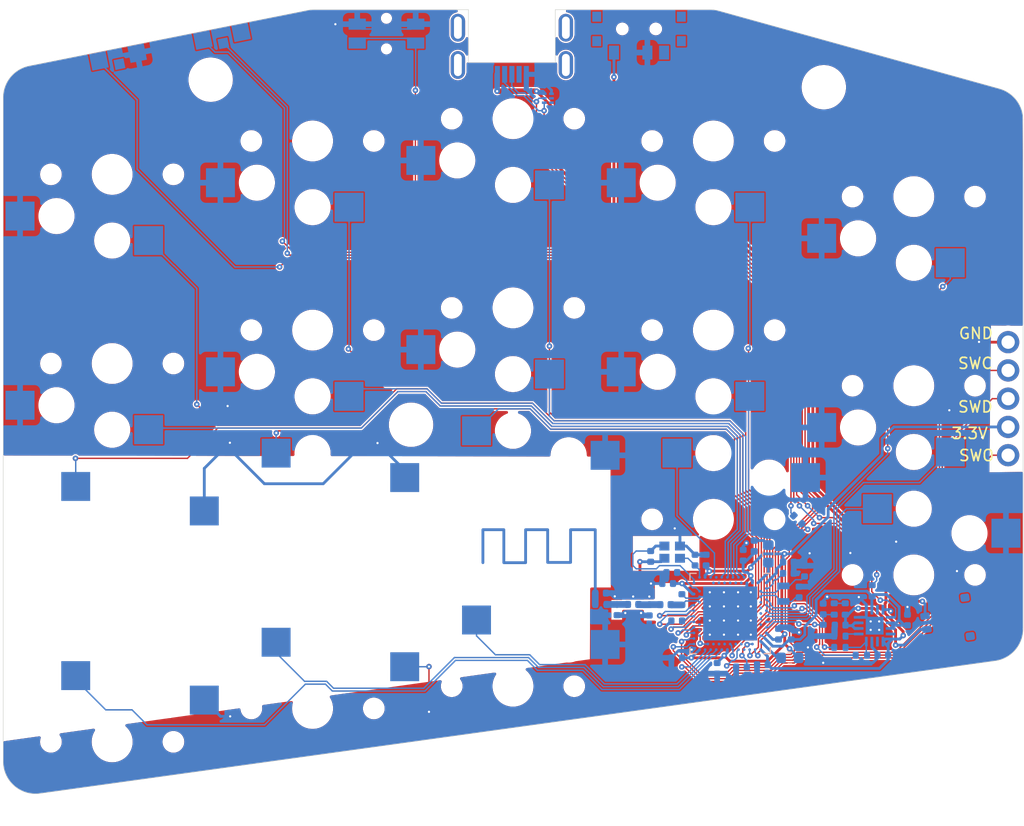
<source format=kicad_pcb>
(kicad_pcb (version 20211014) (generator pcbnew)
  (title_block (title "Borne Keyboard") (date "2022-05-31") (rev "V1 Right") (company "Ergin") (comment 1 "Gabriel Hansson"))
  (layers (0 "F.Cu" mixed) (31 "B.Cu" mixed) (34 "B.Paste" user) (35 "F.Paste" user) (36 "B.SilkS" user "B.Silkscreen") (37 "F.SilkS" user "F.Silkscreen") (38 "B.Mask" user) (39 "F.Mask" user) (44 "Edge.Cuts" user))
  (net 0 "")
  (net 1 "Net-(AE1-Pad1)")
  (net 2 "V_DD")
  (net 3 "V_DDH")
  (net 4 "Net-(C8-Pad1)")
  (net 5 "Net-(C9-Pad1)")
  (net 6 "Net-(C11-Pad2)")
  (net 7 "VSS_PA")
  (net 8 "Net-(C14-Pad2)")
  (net 9 "VBUS")
  (net 10 "Net-(C17-Pad2)")
  (net 11 "Net-(C19-Pad2)")
  (net 12 "Net-(C20-Pad2)")
  (net 13 "BAT_VOLT")
  (net 14 "VBAT")
  (net 15 "BLUE_LED")
  (net 16 "Net-(R6-Pad1)")
  (net 17 "Net-(L3-Pad2)")
  (net 18 "Net-(L4-Pad2)")
  (net 19 "P_Charge_Speed_Control_1")
  (net 20 "Net-(R2-Pad2)")
  (net 21 "P_Charge_Speed_Control_2")
  (net 22 "Net-(L2-Pad2)")
  (net 23 "Net-(R10-Pad1)")
  (net 24 "RESET")
  (net 26 "Net-(TP1-Pad1)")
  (net 27 "Net-(TP2-Pad1)")
  (net 28 "Net-(TP3-Pad1)")
  (net 29 "K0")
  (net 30 "K1")
  (net 31 "K2")
  (net 32 "K3")
  (net 33 "K4")
  (net 34 "K5")
  (net 35 "K6")
  (net 36 "K7")
  (net 37 "K8")
  (net 38 "K9")
  (net 39 "K12")
  (net 40 "K11")
  (net 41 "K17")
  (net 46 "K10")
  (net 56 "K16")
  (net 58 "K15")
  (net 60 "K14")
  (net 62 "K13")
  (net 73 "Net-(C2-Pad1)")
  (net 75 "Net-(C5-Pad2)")
  (net 77 "Net-(C7-Pad1)")
  (net 78 "Net-(C12-Pad1)")
  (net 79 "Net-(D1-Pad3)")
  (net 80 "Net-(D2-Pad2)")
  (net 81 "Net-(D2-Pad3)")
  (net 85 "Net-(J1-Pad2)")
  (net 86 "GND")
  (net 88 "Net-(J1-Pad3)")
  (net 91 "Net-(J2-Pad1)")
  (net 92 "Net-(C25-Pad2)")
  (footprint "lib:screw-hole" (layer "F.Cu") (at 49.9206 116.8504)
    (fp_text reference "H1" hide)
    (fp_text value "MountingHole" hide)
  )
  (footprint "lib:2.4GHz-meander-antenna-right" (layer "F.Cu") (at 84.1248 115.0112 180)
    (fp_text reference locked "AE1")
    (fp_text value "Antenna" hide)
  )
  (footprint "lib:screw-hole" (layer "F.Cu") (at 67.581967 99.85015)
    (fp_text reference "H3" hide)
    (fp_text value "MountingHole" hide)
  )
  (footprint "lib:screw-hole" (layer "F.Cu") (at 104.653598 69.518629)
    (fp_text reference "H5" hide)
    (fp_text value "MountingHole" hide)
  )
  (footprint "lib:screw-hole" (layer "F.Cu") (at 49.581237 68.842222)
    (fp_text reference "H2" hide)
    (fp_text value "MountingHole" hide)
  )
  (footprint "lib:Kailh_socket_PG1350" (layer "B.Cu") (at 94.734644 108.35)
    (fp_text reference "U13" hide)
    (fp_text value "Hot-swap_socket_-_PG151101S11" hide)
  )
  (footprint "lib:TestPoint_THTPad_2.5x2.5mm_Drill1.2mm" (layer "B.Cu") (at 121.2088 92.4306 90)
    (fp_text reference "TP5" hide)
    (fp_text value "GND")
  )
  (footprint "lib:C_0402_1005Metric" (layer "B.Cu") (at 89.1032 111.6838 -90)
    (fp_text reference "C8" hide)
    (fp_text value "15pF" hide)
  )
  (footprint "lib:VQFN-16-1EP_3x3mm_P0.5mm_EP1.6x1.6mm" (layer "B.Cu") (at 109.218 117.9088)
    (fp_text reference "U21" hide)
    (fp_text value "BQ24075RGT" hide)
  )
  (footprint "lib:C_0402_1005Metric" (layer "B.Cu") (at 112.1664 117.3988 -90)
    (fp_text reference "C24" hide)
    (fp_text value "4.7uF" hide)
  )
  (footprint "lib:Crystal_SMD_2016-4Pin_2.0x1.6mm" (layer "B.Cu") (at 91.0336 111.3028)
    (fp_text reference "Y1" hide)
    (fp_text value "32MHz" hide)
  )
  (footprint "lib:R_0402_1005Metric" (layer "B.Cu") (at 102.3112 108.3818 -45)
    (fp_text reference "R4" hide)
    (fp_text value "1.5k" hide)
  )
  (footprint "lib:C_0402_1005Metric" (layer "B.Cu") (at 101.473 113.2078)
    (fp_text reference "C2" hide)
    (fp_text value "100nF" hide)
  )
  (footprint "lib:C_0402_1005Metric" (layer "B.Cu") (at 91.44 117.475 180)
    (fp_text reference "C7" hide)
    (fp_text value "1nF" hide)
  )
  (footprint "lib:Kailh_socket_PG1350" (layer "B.Cu") (at 76.734644 123.35)
    (fp_text reference "U18" hide)
    (fp_text value "Hot-swap_socket_-_PG151101S11" hide)
  )
  (footprint "lib:MICRO-USB-SMD_U-C-M5DD-W-1" (layer "B.Cu") (at 76.634644 66.265 90)
    (fp_text reference "J1" hide)
    (fp_text value "USB_B_Micro" hide)
    (fp_line (start -1.035 3.9) (end -1.035 -3.9) (layer "Edge.Cuts") (width 0.05))
    (fp_line (start -1.035 3.9) (end 3.715 3.9) (layer "Edge.Cuts") (width 0.05))
    (fp_line (start -1.035 -3.9) (end 3.715 -3.9) (layer "Edge.Cuts") (width 0.05))
  )
  (footprint "lib:Kailh_socket_PG1350" (layer "B.Cu") (at 76.734644 106.35)
    (fp_text reference "U14" hide)
    (fp_text value "Hot-swap_socket_-_PG151101S11" hide)
  )
  (footprint "lib:Kailh_socket_PG1350" (layer "B.Cu") (at 58.734644 91.35 180)
    (fp_text reference "U9" hide)
    (fp_text value "Hot-swap_socket_-_PG151101S11" hide)
  )
  (footprint "Inductor_SMD:L_0603_1608Metric" (layer "B.Cu") (at 101.6 120.8024 180)
    (fp_text reference "L4" hide)
    (fp_text value "10uH" hide)
  )
  (footprint "Package_DFN_QFN:Nordic_AQFN-73-1EP_7x7mm_P0.5mm" (layer "B.Cu") (at 96.2406 116.8146 180)
    (fp_text reference "U11" hide)
    (fp_text value "nRF52840" hide)
  )
  (footprint "lib:TestPoint_THTPad_2.5x2.5mm_Drill1.2mm" (layer "B.Cu") (at 121.2088 100.0506 90)
    (fp_text reference "TP4" hide)
    (fp_text value "3.3V")
  )
  (footprint "lib:Kailh_socket_PG1350" (layer "B.Cu") (at 112.734644 113.35)
    (fp_text reference "U12" hide)
    (fp_text value "Hot-swap_socket_-_PG151101S11" hide)
  )
  (footprint "lib:Crystal_SMD_2012-2Pin_2.0x1.2mm" (layer "B.Cu") (at 101.0158 115.0366 -90)
    (fp_text reference "Y2" hide)
    (fp_text value "32.768 kHz" hide)
  )
  (footprint "lib:R_0402_1005Metric" (layer "B.Cu") (at 105.5878 116.4082 -90)
    (fp_text reference "R6" hide)
    (fp_text value "2M" hide)
  )
  (footprint "lib:Kailh_socket_PG1350" (layer "B.Cu") (at 40.734644 111.35)
    (fp_text reference "U16" hide)
    (fp_text value "Hot-swap_socket_-_PG151101S11" hide)
  )
  (footprint "lib:R_0402_1005Metric" (layer "B.Cu") (at 106.0938 118.8486 180)
    (fp_text reference "R10" hide)
    (fp_text value "10k" hide)
  )
  (footprint "lib:C_0402_1005Metric" (layer "B.Cu") (at 99.1362 121.412 180)
    (fp_text reference "C16" hide)
    (fp_text value "4.7uF" hide)
  )
  (footprint "lib:R_0402_1005Metric" (layer "B.Cu") (at 106.5784 116.4082 90)
    (fp_text reference "R7" hide)
    (fp_text value "2M" hide)
  )
  (footprint "lib:R_0402_1005Metric" (layer "B.Cu") (at 108.027341 120.563604)
    (fp_text reference "R3" hide)
    (fp_text value "3.9k" hide)
  )
  (footprint "lib:C_0402_1005Metric" (layer "B.Cu") (at 101.473 112.1918 180)
    (fp_text reference "C10" hide)
    (fp_text value "100nF" hide)
  )
  (footprint "lib:ESDR0502NMUTAG" (layer "B.Cu") (at 79.867044 70.5104 180)
    (fp_text reference locked "U20")
    (fp_text value "ESDR0502NMUTAG" hide)
  )
  (footprint "lib:Molex_Pico-EZmate_78171-0002_1x02-1MP_P1.20mm_Vertical" (layer "B.Cu") (at 115.685779 117.388519 -82.1)
    (fp_text reference "J2" hide)
    (fp_text value "Battery Connector" hide)
  )
  (footprint "lib:R_0402_1005Metric" (layer "B.Cu") (at 104.5972 118.3406 -90)
    (fp_text reference "R5" hide)
    (fp_text value "10M" hide)
  )
  (footprint "lib:R_0402_1005Metric" (layer "B.Cu") (at 84.6328 116.0018 180)
    (fp_text reference "R1" hide)
    (fp_text value "0R" hide)
  )
  (footprint "Inductor_SMD:L_0402_1005Metric" (layer "B.Cu") (at 87.5284 116.0018 180)
    (fp_text reference "L5" hide)
    (fp_text value "2.2nH" hide)
  )
  (footprint "lib:C_0402_1005Metric" (layer "B.Cu") (at 106.1192 117.858)
    (fp_text reference "C23" hide)
    (fp_text value "4.7uF" hide)
  )
  (footprint "lib:C_0402_1005Metric" (layer "B.Cu") (at 95.0722 121.7422 90)
    (fp_text reference "C4" hide)
    (fp_text value "1uF" hide)
  )
  (footprint "Inductor_SMD:L_0402_1005Metric" (layer "B.Cu") (at 90.432675 116.018926)
    (fp_text reference "L1" hide)
    (fp_text value "4.7nH" hide)
  )
  (footprint "lib:C_0402_1005Metric" (layer "B.Cu") (at 104.5972 116.4082 -90)
    (fp_text reference "C21" hide)
    (fp_text value "10nF" hide)
  )
  (footprint "lib:Kailh_socket_PG1350" (layer "B.Cu") (at 40.734644 77.35 180)
    (fp_text reference "U5" hide)
    (fp_text value "Hot-swap_socket_-_PG151101S11" hide)
  )
  (footprint "lib:Kailh_socket_PG1350" (layer "B.Cu") (at 40.734644 128.35)
    (fp_text reference "U19" hide)
    (fp_text value "Hot-swap_socket_-_PG151101S11" hide)
  )
  (footprint "lib:Kailh_socket_PG1350" (layer "B.Cu") (at 58.734644 125.35)
    (fp_text reference "U17" hide)
    (fp_text value "Hot-swap_socket_-_PG151101S11" hide)
  )
  (footprint "lib:C_0402_1005Metric" (layer "B.Cu") (at 93.091 112.0166 90)
    (fp_text reference "C9" hide)
    (fp_text value "15pF" hide)
  )
  (footprint "lib:C_0402_1005Metric" (layer "B.Cu") (at 102.4382 114.8842 -90)
    (fp_text reference "C20" hide)
    (fp_text value "15pF" hide)
  )
  (footprint "lib:C_0402_1005Metric" (layer "B.Cu") (at 100.584 118.6688 -90)
    (fp_text reference "C1" hide)
    (fp_text value "4.7uF" hide)
  )
  (footprint "lib:C_0402_1005Metric" (layer "B.Cu") (at 91.44 120.8024)
    (fp_text reference "C15" hide)
    (fp_text value "100nF" hide)
  )
  (footprint "lib:net-tie-2-tiny" (layer "B.Cu") (at 93.726 115.316)
    (fp_text reference "NT1" hide)
    (fp_text value "NetTie_2" hide)
  )
  (footprint "lib:C_0402_1005Metric" (layer "B.Cu") (at 86.0806 116.4844 90)
    (fp_text reference "C25" hide)
    (fp_text value "N.C" hide)
  )
  (footprint "Inductor_SMD:L_0402_1005Metric" (layer "B.Cu") (at 98.3996 110.744 90)
    (fp_text reference "L2" hide)
    (fp_text value "15nH" hide)
  )
  (footprint "lib:Panasonic_EVQPUL_EVQPUC" (layer "B.Cu") (at 65.369419 64.7 180)
    (fp_text reference "SW1" hide)
    (fp_text value "SW_Reset" hide)
  )
  (footprint "lib:SK3296S01L3" (layer "B.Cu") (at 88.056644 64.655 180)
    (fp_text reference "SW2")
    (fp_text value "SW_ON/OFF" hide)
  )
  (footprint "lib:Kailh_socket_PG1350" (layer "B.Cu") (at 76.734644 89.35 180)
    (fp_text reference "U8" hide)
    (fp_text value "Hot-swap_socket_-_PG151101S11" hide)
  )
  (footprint "lib:TestPoint_THTPad_2.5x2.5mm_Drill1.2mm" (layer "B.Cu") (at 121.2088 94.9706 90)
    (fp_text reference "TP1" hide)
    (fp_text value "SWC")
  )
  (footprint "lib:C_0402_1005Metric" (layer "B.Cu") (at 94.0816 112.014 -90)
    (fp_text reference "C13" hide)
    (fp_text value "100nF" hide)
  )
  (footprint "lib:C_0402_1005Metric" (layer "B.Cu") (at 91 113.1316)
    (fp_text reference "C5" hide)
    (fp_text value "100pF" hide)
  )
  (footprint "lib:C_0402_1005Metric" (layer "B.Cu") (at 102.9208 113.0046 -90)
    (fp_text reference "C19" hide)
    (fp_text value "15pF" hide)
  )
  (footprint "lib:Kailh_socket_PG1350" (layer "B.Cu") (at 40.734644 94.3496 180)
    (fp_text reference "U10" hide)
    (fp_text value "Hot-swap_socket_-_PG151101S11" hide)
  )
  (footprint "lib:Kailh_socket_PG1350" (layer "B.Cu") (at 94.734644 91.35 180)
    (fp_text reference "U7" hide)
    (fp_text value "Hot-swap_socket_-_PG151101S11" hide)
  )
  (footprint "lib:Kailh_socket_PG1350" (layer "B.Cu") (at 112.734644 79.35 180)
    (fp_text reference "U1" hide)
    (fp_text value "Hot-swap_socket_-_PG151101S11" hide)
  )
  (footprint "lib:C_0402_1005Metric" (layer "B.Cu") (at 97.2566 121.6152 180)
    (fp_text reference "C12" hide)
    (fp_text value "4.7uF" hide)
  )
  (footprint "lib:C_0402_1005Metric" (layer "B.Cu") (at 84.6074 114.9858 180)
    (fp_text reference "C6" hide)
    (fp_text value "1.5pF" hide)
  )
  (footprint "lib:TestPoint_THTPad_2.5x2.5mm_Drill1.2mm" (layer "B.Cu") (at 121.2088 102.5906 90)
    (fp_text reference "TP3" hide)
    (fp_text value "SWO")
  )
  (footprint "lib:R_0402_1005Metric" (layer "B.Cu") (at 108.9914 114.7826 -90)
    (fp_text reference "R11" hide)
    (fp_text value "10k" hide)
  )
  (footprint "lib:LED-ARRAY-SMD_3P-L3.0-W2.0-L-FD" (layer "B.Cu") (at 41.324644 67.12 -168.6)
    (fp_text reference "D1" hide)
    (fp_text value "LED_Dual_KKA" hide)
  )
  (footprint "lib:LED-ARRAY-SMD_3P-L3.0-W2.0-L-FD" (layer "B.Cu") (at 50.65908 65.248714 -168.6)
    (fp_text reference "D2" hide)
    (fp_text value "LED_Dual_KKA" hide)
  )
  (footprint "lib:Kailh_socket_PG1350" (layer "B.Cu") (at 112.734644 96.35 180)
    (fp_text reference "U6" hide)
    (fp_text value "Hot-swap_socket_-_PG151101S11" hide)
  )
  (footprint "lib:C_0402_1005Metric" (layer "B.Cu") (at 91.907362 115.564925 -90)
    (fp_text reference "C14" hide)
    (fp_text value "1.0pF" hide)
  )
  (footprint "lib:C_0402_1005Metric" (layer "B.Cu") (at 97.409 111.5822 -90)
    (fp_text reference "C18" hide)
    (fp_text value "47nF" hide)
  )
  (footprint "lib:Kailh_socket_PG1350" (layer "B.Cu") (at 94.734644 74.35 180)
    (fp_text reference "U2" hide)
    (fp_text value "Hot-swap_socket_-_PG151101S11" hide)
  )
  (footprint "lib:Kailh_socket_PG1350" (layer "B.Cu") (at 58.734644 74.35 180)
    (fp_text reference "U4" hide)
    (fp_text value "Hot-swap_socket_-_PG151101S11" hide)
  )
  (footprint "lib:C_0402_1005Metric" (layer "B.Cu") (at 90.6272 114.1222)
    (fp_text reference "C17" hide)
    (fp_text value "1uF" hide)
  )
  (footprint "lib:Kailh_socket_PG1350" (layer "B.Cu") (at 58.734644 108.35)
    (fp_text reference "U15" hide)
    (fp_text value "Hot-swap_socket_-_PG151101S11" hide)
  )
  (footprint "lib:C_0402_1005Metric" (layer "B.Cu") (at 101.727 118.6688 -90)
    (fp_text reference "C3" hide)
    (fp_text value "4.7uF" hide)
  )
  (footprint "lib:Kailh_socket_PG1350" (layer "B.Cu") (at 76.734644 72.35 180)
    (fp_text reference "U3" hide)
    (fp_text value "Hot-swap_socket_-_PG151101S11" hide)
  )
  (footprint "lib:C_0402_1005Metric" (layer "B.Cu") (at 109.9546 120.5504 180)
    (fp_text reference "C22" hide)
    (fp_text value "1uF" hide)
  )
  (footprint "Inductor_SMD:L_0603_1608Metric" (layer "B.Cu") (at 99.6696 111.4552 -90)
    (fp_text reference "L3" hide)
    (fp_text value "10uH" hide)
  )
  (footprint "lib:C_0402_1005Metric" (layer "B.Cu") (at 88.9762 116.5098 90)
    (fp_text reference "C11" hide)
    (fp_text value "1.2pF" hide)
  )
  (footprint "lib:R_0402_1005Metric" (layer "B.Cu") (at 106.0938 119.8646)
    (fp_text reference "R2" hide)
    (fp_text value "10k" hide)
  )
  (footprint "lib:TestPoint_THTPad_2.5x2.5mm_Drill1.2mm" (layer "B.Cu") (at 121.2088 97.5106 90)
    (fp_text reference "TP2" hide)
    (fp_text value "SWD")
  )
  (gr_line (start 66.806953 62.549929) (end 63.706953 62.549929) (layer "Edge.Cuts") (width 0.05))
  (gr_line (start 94.448472 62.549929) (end 89.306953 62.549929) (layer "Edge.Cuts") (width 0.05))
  (gr_line (start 86.506953 62.549929) (end 80.534644 62.55) (layer "Edge.Cuts") (width 0.05))
  (gr_line (start 30.948472 70.449929) (end 30.948472 130.115942) (layer "Edge.Cuts") (width 0.05))
  (gr_line (start 72.734644 62.55) (end 66.806953 62.549929) (layer "Edge.Cuts") (width 0.05))
  (gr_line (start 48.977474 64.468826) (end 42.599699 65.743516) (layer "Edge.Cuts") (width 0.05))
  (gr_arc (start 94.448472 62.549929) (mid 94.840143 62.576504) (end 95.224639 62.655727) (layer "Edge.Cuts") (width 0.05))
  (gr_line (start 42.599699 65.743516) (end 39.657881 66.331481) (layer "Edge.Cuts") (width 0.05))
  (gr_arc (start 34.24742 132.988369) (mid 31.944206 132.302988) (end 30.948472 130.115942) (layer "Edge.Cuts") (width 0.05))
  (gr_arc (start 30.948472 70.449929) (mid 31.605891 68.611207) (end 33.280106 67.606171) (layer "Edge.Cuts") (width 0.05))
  (gr_line (start 120.424639 69.655727) (end 95.224639 62.655727) (layer "Edge.Cuts") (width 0.05))
  (gr_line (start 120.04742 121.071703) (end 34.24742 132.988369) (layer "Edge.Cuts") (width 0.05))
  (gr_arc (start 120.424639 69.655727) (mid 121.957248 70.695062) (end 122.548472 72.449929) (layer "Edge.Cuts") (width 0.05))
  (gr_line (start 63.706953 62.549929) (end 58.865434 62.549929) (layer "Edge.Cuts") (width 0.05))
  (gr_arc (start 58.297068 62.606171) (mid 58.579863 62.564026) (end 58.865434 62.549929) (layer "Edge.Cuts") (width 0.05))
  (gr_arc (start 122.548472 118.199275) (mid 121.835658 120.103699) (end 120.04742 121.071703) (layer "Edge.Cuts") (width 0.05))
  (gr_line (start 58.297068 62.606171) (end 51.919293 63.880861) (layer "Edge.Cuts") (width 0.05))
  (gr_line (start 51.919293 63.880861) (end 48.977474 64.468826) (layer "Edge.Cuts") (width 0.05))
  (gr_line (start 89.306953 62.549929) (end 86.506953 62.549929) (layer "Edge.Cuts") (width 0.05))
  (gr_line (start 39.657881 66.331481) (end 33.280106 67.606171) (layer "Edge.Cuts") (width 0.05))
  (gr_line (start 122.548472 118.199275) (end 122.548472 72.449929) (layer "Edge.Cuts") (width 0.05))
  (segment (start 84.1228 116.0018) (end 84.1228 114.9904) (width 0.606951) (layer "B.Cu") (net 1))
  (segment (start 84.1228 114.9904) (end 84.1274 114.9858) (width 0.606951) (layer "B.Cu") (net 1))
  (segment (start 101.142805 119.553234) (end 101.576014 119.986443) (width 0.254) (layer "F.Cu") (net 2))
  (segment (start 96.209838 121.102711) (end 99.593328 121.102711) (width 0.254) (layer "F.Cu") (net 2))
  (segment (start 92.7528 120.8024) (end 94.942636 120.8024) (width 0.254) (layer "F.Cu") (net 2))
  (segment (start 95.7072 120.600073) (end 96.209838 121.102711) (width 0.254) (layer "F.Cu") (net 2))
  (segment (start 100.879991 111.692609) (end 100.879991 118.405991) (width 0.254) (layer "F.Cu") (net 2))
  (segment (start 100.879991 118.405991) (end 101.142805 118.668805) (width 0.254) (layer "F.Cu") (net 2))
  (segment (start 95.7072 120.5992) (end 95.7072 120.600073) (width 0.254) (layer "F.Cu") (net 2))
  (segment (start 94.942636 120.8024) (end 95.504 120.8024) (width 0.254) (layer "F.Cu") (net 2))
  (segment (start 101.1174 111.4552) (end 100.879991 111.692609) (width 0.254) (layer "F.Cu") (net 2))
  (segment (start 95.504 120.8024) (end 95.7072 120.5992) (width 0.254) (layer "F.Cu") (net 2))
  (segment (start 99.593328 121.102711) (end 101.142805 119.553234) (width 0.254) (layer "F.Cu") (net 2))
  (segment (start 97.79 113.0046) (end 98.0948 112.6998) (width 0.254) (layer "F.Cu") (net 2))
  (segment (start 101.142805 118.668805) (end 101.142805 119.553234) (width 0.254) (layer "F.Cu") (net 2))
  (segment (start 94.373824 113.0046) (end 97.79 113.0046) (width 0.254) (layer "F.Cu") (net 2))
  (via (at 94.373824 113.0046) (size 0.5) (drill 0.2) (layers "F.Cu" "B.Cu") (net 2))
  (via (at 101.576014 119.986443) (size 0.5) (drill 0.2) (layers "F.Cu" "B.Cu") (net 2))
  (via (at 101.142805 118.668805) (size 0.5) (drill 0.2) (layers "F.Cu" "B.Cu") (net 2))
  (via (at 92.7528 120.8024) (size 0.5) (drill 0.2) (layers "F.Cu" "B.Cu") (net 2))
  (via (at 98.0948 112.6998) (size 0.5) (drill 0.2) (layers "F.Cu" "B.Cu") (net 2))
  (via (at 101.1174 111.4552) (size 0.5) (drill 0.2) (layers "F.Cu" "B.Cu") (net 2))
  (via (at 95.7072 120.5992) (size 0.5) (drill 0.2) (layers "F.Cu" "B.Cu") (net 2))
  (segment (start 93.9906 113.387824) (end 94.373824 113.0046) (width 0.254) (layer "B.Cu") (net 2))
  (segment (start 98.0948 112.571372) (end 99.210972 111.4552) (width 0.254) (layer "B.Cu") (net 2))
  (segment (start 100.584 119.1488) (end 100.66281 119.1488) (width 0.254) (layer "B.Cu") (net 2))
  (segment (start 100.584 119.1488) (end 100.0748 119.1488) (width 0.254) (layer "B.Cu") (net 2))
  (segment (start 100.993 112.1918) (end 100.993 111.5796) (width 0.254) (layer "B.Cu") (net 2))
  (segment (start 109.891068 102.560466) (end 105.043141 107.408393) (width 0.254) (layer "B.Cu") (net 2))
  (segment (start 100.38648 113.16872) (end 99.4906 114.0646) (width 0.254) (layer "B.Cu") (net 2))
  (segment (start 93.9906 113.5646) (end 93.9906 113.387824) (width 0.254) (layer "B.Cu") (net 2))
  (segment (start 94.0816 112.494) (end 93.9906 112.585) (width 0.254) (layer "B.Cu") (net 2))
  (segment (start 95.9906 120.3158) (end 95.7072 120.5992) (width 0.254) (layer "B.Cu") (net 2))
  (segment (start 101.1174 111.4552) (end 101.723921 111.4552) (width 0.254) (layer "B.Cu") (net 2))
  (segment (start 121.2088 100.0506) (end 110.9472 100.0506) (width 0.254) (layer "B.Cu") (net 2))
  (segment (start 92.7528 120.8024) (end 93.4906 120.0646) (width 0.254) (layer "B.Cu") (net 2))
  (segment (start 105.043141 108.13598) (end 105.043141 107.408393) (width 0.254) (layer "B.Cu") (net 2))
  (segment (start 95.9906 120.0646) (end 95.9906 120.3158) (width 0.254) (layer "B.Cu") (net 2))
  (segment (start 98.0948 112.6998) (end 98.0948 112.571372) (width 0.254) (layer "B.Cu") (net 2))
  (segment (start 100.38648 112.844562) (end 100.38648 113.16872) (width 0.254) (layer "B.Cu") (net 2))
  (segment (start 95.0722 121.2342) (end 95.7072 120.5992) (width 0.254) (layer "B.Cu") (net 2))
  (segment (start 100.993 112.1918) (end 100.993 112.238042) (width 0.254) (layer "B.Cu") (net 2))
  (segment (start 109.891068 101.106732) (end 109.891068 102.560466) (width 0.254) (layer "B.Cu") (net 2))
  (segment (start 99.210972 111.4552) (end 101.1174 111.4552) (width 0.254) (layer "B.Cu") (net 2))
  (segment (start 100.993 112.238042) (end 100.38648 112.844562) (width 0.254) (layer "B.Cu") (net 2))
  (segment (start 91.92 120.8024) (end 92.7528 120.8024) (width 0.254) (layer "B.Cu") (net 2))
  (segment (start 100.66281 119.1488) (end 101.142805 118.668805) (width 0.254) (layer "B.Cu") (net 2))
  (segment (start 110.9472 100.0506) (end 109.891068 101.106732) (width 0.254) (layer "B.Cu") (net 2))
  (segment (start 94.0816 112.494) (end 94.0816 112.712376) (width 0.254) (layer "B.Cu") (net 2))
  (segment (start 94.0816 112.712376) (end 94.373824 113.0046) (width 0.254) (layer "B.Cu") (net 2))
  (segment (start 101.723921 111.4552) (end 105.043141 108.13598) (width 0.254) (layer "B.Cu") (net 2))
  (segment (start 100.993 111.5796) (end 101.1174 111.4552) (width 0.254) (layer "B.Cu") (net 2))
  (segment (start 100.0748 119.1488) (end 99.4906 118.5646) (width 0.254) (layer "B.Cu") (net 2))
  (segment (start 102.3875 120.797929) (end 101.576014 119.986443) (width 0.254) (layer "B.Cu") (net 2))
  (segment (start 95.0722 121.2622) (end 95.0722 121.2342) (width 0.254) (layer "B.Cu") (net 2))
  (segment (start 102.9462 118.720484) (end 102.9462 117.982126) (width 0.254) (layer "B.Cu") (net 3))
  (segment (start 108.507281 114.808481) (end 108.9914 115.2926) (width 0.254) (layer "B.Cu") (net 3))
  (segment (start 110.299545 115.117289) (end 111.41952 116.237264) (width 0.254) (layer "B.Cu") (net 3))
  (segment (start 102.9462 117.982126) (end 103.96068 116.967647) (width 0.254) (layer "B.Cu") (net 3))
  (segment (start 99.1296 118.8146) (end 99.330645 119.015645) (width 0.127) (layer "B.Cu") (net 3))
  (segment (start 101.727 119.1488) (end 102.517884 119.1488) (width 0.254) (layer "B.Cu") (net 3))
  (segment (start 111.41952 117.39478) (end 110.9355 117.8788) (width 0.254) (layer "B.Cu") (net 3))
  (segment (start 99.330645 119.015645) (end 99.330645 119.016111) (width 0.127) (layer "B.Cu") (net 3))
  (segment (start 108.968 116.4713) (end 108.968 115.2986) (width 0.254) (layer "B.Cu") (net 3))
  (segment (start 111.90354 117.8788) (end 111.41952 117.39478) (width 0.254) (layer "B.Cu") (net 3))
  (segment (start 103.96068 115.594962) (end 104.747161 114.808481) (width 0.254) (layer "B.Cu") (net 3))
  (segment (start 112.1664 117.8788) (end 111.90354 117.8788) (width 0.254) (layer "B.Cu") (net 3))
  (segment (start 100.069854 119.75532) (end 100.947238 119.75532) (width 0.254) (layer "B.Cu") (net 3))
  (segment (start 110.8755 117.8788) (end 110.6555 117.6588) (width 0.254) (layer "B.Cu") (net 3))
  (segment (start 104.747161 114.808481) (end 108.507281 114.808481) (width 0.254) (layer "B.Cu") (net 3))
  (segment (start 110.9355 117.8788) (end 110.8755 117.8788) (width 0.254) (layer "B.Cu") (net 3))
  (segment (start 101.727 119.1488) (end 101.553758 119.1488) (width 0.254) (layer "B.Cu") (net 3))
  (segment (start 99.330645 119.016111) (end 100.069854 119.75532) (width 0.254) (layer "B.Cu") (net 3))
  (segment (start 110.9355 117.8788) (end 110.6555 118.1588) (width 0.254) (layer "B.Cu") (net 3))
  (segment (start 98.9906 118.8146) (end 99.1296 118.8146) (width 0.127) (layer "B.Cu") (net 3))
  (segment (start 102.517884 119.1488) (end 102.9462 118.720484) (width 0.254) (layer "B.Cu") (net 3))
  (segment (start 109.166711 115.117289) (end 110.299545 115.117289) (width 0.254) (layer "B.Cu") (net 3))
  (segment (start 101.553758 119.1488) (end 100.947238 119.75532) (width 0.254) (layer "B.Cu") (net 3))
  (segment (start 111.41952 116.237264) (end 111.41952 117.39478) (width 0.254) (layer "B.Cu") (net 3))
  (segment (start 108.9914 115.2926) (end 109.166711 115.117289) (width 0.254) (layer "B.Cu") (net 3))
  (segment (start 111.8616 117.8788) (end 110.9355 117.8788) (width 0.254) (layer "B.Cu") (net 3))
  (segment (start 103.96068 116.967647) (end 103.96068 115.594962) (width 0.254) (layer "B.Cu") (net 3))
  (segment (start 87.5 112.5) (end 87.8014 112.8014) (width 0.127) (layer "B.Cu") (net 4))
  (segment (start 92.9906 113.762244) (end 91.744167 112.515811) (width 0.127) (layer "B.Cu") (net 4))
  (segment (start 89.896789 112.515811) (end 89.6112 112.8014) (width 0.127) (layer "B.Cu") (net 4))
  (segment (start 87.5 112.5) (end 87.5 111.5) (width 0.127) (layer "B.Cu") (net 4))
  (segment (start 90.3336 110.7528) (end 89.5542 110.7528) (width 0.254) (layer "B.Cu") (net 4))
  (segment (start 89.6112 112.8014) (end 87.8014 112.8014) (width 0.127) (layer "B.Cu") (net 4))
  (segment (start 89.5542 110.7528) (end 89.1032 111.2038) (width 0.254) (layer "B.Cu") (net 4))
  (segment (start 87.7962 111.2038) (end 87.5 111.5) (width 0.127) (layer "B.Cu") (net 4))
  (segment (start 92.9906 114.0646) (end 92.9906 113.762244) (width 0.127) (layer "B.Cu") (net 4))
  (segment (start 91.744167 112.515811) (end 89.896789 112.515811) (width 0.127) (layer "B.Cu") (net 4))
  (segment (start 89.1032 111.2038) (end 87.7962 111.2038) (width 0.127) (layer "B.Cu") (net 4))
  (segment (start 93.091 112.4966) (end 92.4472 111.8528) (width 0.127) (layer "B.Cu") (net 5))
  (segment (start 93.4906 113.5646) (end 93.4906 112.8962) (width 0.127) (layer "B.Cu") (net 5))
  (segment (start 92.4472 111.8528) (end 91.7336 111.8528) (width 0.127) (layer "B.Cu") (net 5))
  (segment (start 93.4906 112.8962) (end 93.091 112.4966) (width 0.127) (layer "B.Cu") (net 5))
  (segment (start 88.0414 116.0298) (end 88.0134 116.0018) (width 0.606951) (layer "B.Cu") (net 6))
  (segment (start 88.9762 116.0298) (end 88.0414 116.0298) (width 0.606951) (layer "B.Cu") (net 6))
  (segment (start 88.987074 116.018926) (end 88.9762 116.0298) (width 0.606951) (layer "B.Cu") (net 6))
  (segment (start 89.947675 116.018926) (end 88.987074 116.018926) (width 0.606951) (layer "B.Cu") (net 6))
  (segment (start 92.260037 115.4376) (end 93.3622 115.4376) (width 0.127) (layer "B.Cu") (net 7))
  (segment (start 93.3676 115.4376) (end 93.4906 115.3146) (width 0.127) (layer "B.Cu") (net 7))
  (segment (start 92.260037 115.4376) (end 91.907362 115.084925) (width 0.127) (layer "B.Cu") (net 7))
  (segment (start 93.3622 115.4376) (end 93.3676 115.4376) (width 0.127) (layer "B.Cu") (net 7))
  (segment (start 90.943674 116.044925) (end 90.917675 116.018926) (width 0.254) (layer "B.Cu") (net 8))
  (segment (start 92.2528 115.6916) (end 93.373 115.6916) (width 0.127) (layer "B.Cu") (net 8))
  (segment (start 93.4906 115.8092) (end 93.373 115.6916) (width 0.127) (layer "B.Cu") (net 8))
  (segment (start 93.4906 115.8146) (end 93.4906 115.8092) (width 0.127) (layer "B.Cu") (net 8))
  (segment (start 91.907362 116.044925) (end 91.907362 116.042438) (width 0.127) (layer "B.Cu") (net 8))
  (segment (start 91.907362 116.044925) (end 90.943674 116.044925) (width 0.606951) (layer "B.Cu") (net 8))
  (segment (start 91.907362 116.037038) (end 92.2528 115.6916) (width 0.127) (layer "B.Cu") (net 8))
  (segment (start 91.907362 116.044925) (end 91.907362 116.037038) (width 0.127) (layer "B.Cu") (net 8))
  (segment (start 103.28622 105.435552) (end 109.906291 112.055623) (width 0.254) (layer "F.Cu") (net 9))
  (segment (start 80.1624 76.028134) (end 87.409606 83.27534) (width 0.254) (layer "F.Cu") (net 9))
  (segment (start 80.1624 71.1962) (end 80.1624 76.028134) (width 0.254) (layer "F.Cu") (net 9))
  (segment (start 110.231511 114.785515) (end 110.231511 115.829362) (width 0.254) (layer "F.Cu") (net 9))
  (segment (start 111.7854 118.438591) (end 111.7854 118.7958) (width 0.254) (layer "F.Cu") (net 9))
  (segment (start 110.57496 117.221) (end 110.57496 117.228151) (width 0.254) (layer "F.Cu") (net 9))
  (segment (start 109.906291 112.055623) (end 109.906291 114.460295) (width 0.254) (layer "F.Cu") (net 9))
  (segment (start 96.855473 83.27534) (end 103.286219 89.706085) (width 0.254) (layer "F.Cu") (net 9))
  (segment (start 78.8416 69.8754) (end 80.1624 71.1962) (width 0.254) (layer "F.Cu") (net 9))
  (segment (start 110.231511 115.829362) (end 110.158989 115.901884) (width 0.254) (layer "F.Cu") (net 9))
  (segment (start 87.409606 83.27534) (end 96.855473 83.27534) (width 0.254) (layer "F.Cu") (net 9))
  (segment (start 110.158989 116.805029) (end 110.57496 117.221) (width 0.254) (layer "F.Cu") (net 9))
  (segment (start 103.286219 89.706085) (end 103.28622 105.435552) (width 0.254) (layer "F.Cu") (net 9))
  (segment (start 110.158989 115.901884) (end 110.158989 116.805029) (width 0.254) (layer "F.Cu") (net 9))
  (segment (start 78.8416 69.8754) (end 75.311 69.8754) (width 0.5) (layer "F.Cu") (net 9))
  (segment (start 110.57496 117.228151) (end 111.7854 118.438591) (width 0.254) (layer "F.Cu") (net 9))
  (segment (start 109.906291 114.460295) (end 110.231511 114.785515) (width 0.254) (layer "F.Cu") (net 9))
  (via (at 111.7854 118.7958) (size 0.5) (drill 0.2) (layers "F.Cu" "B.Cu") (net 9))
  (via (at 75.311 69.8754) (size 0.5) (drill 0.2) (layers "F.Cu" "B.Cu") (net 9))
  (via (at 78.8416 69.8754) (size 0.5) (drill 0.2) (layers "F.Cu" "B.Cu") (net 9))
  (segment (start 99.957362 121.753162) (end 99.6162 121.412) (width 0.254) (layer "B.Cu") (net 9))
  (segment (start 110.20398 119.11032) (end 110.80452 119.11032) (width 0.254) (layer "B.Cu") (net 9))
  (segment (start 110.80452 119.11032) (end 111.191637 119.11032) (width 0.254) (layer "B.Cu") (net 9))
  (segment (start 109.640838 121.753162) (end 99.957362 121.753162) (width 0.254) (layer "B.Cu") (net 9))
  (segment (start 110.4346 119.8129) (end 110.4346 119.48024) (width 0.254) (layer "B.Cu") (net 9))
  (segment (start 109.968 119.3463) (end 110.20398 119.11032) (width 0.254) (layer "B.Cu") (net 9))
  (segment (start 79.542043 69.991643) (end 79.542043 70.073889) (width 0.254) (layer "B.Cu") (net 9))
  (segment (start 111.191637 119.11032) (end 111.47088 119.11032) (width 0.254) (layer "B.Cu") (net 9))
  (segment (start 79.4258 69.8754) (end 79.542043 69.991643) (width 0.254) (layer "B.Cu") (net 9))
  (segment (start 99.5934 120.6674) (end 99.5934 121.3892) (width 0.254) (layer "B.Cu") (net 9))
  (segment (start 78.8416 69.8754) (end 79.4258 69.8754) (width 0.254) (layer "B.Cu") (net 9))
  (segment (start 99.5934 121.3892) (end 99.6162 121.412) (width 0.254) (layer "B.Cu") (net 9))
  (segment (start 79.040089 70.073889) (end 79.542043 70.073889) (width 0.254) (layer "B.Cu") (net 9))
  (segment (start 111.47088 119.11032) (end 111.7854 118.7958) (width 0.254) (layer "B.Cu") (net 9))
  (segment (start 99.5934 120.6674) (end 98.9906 120.0646) (width 0.254) (layer "B.Cu") (net 9))
  (segment (start 110.4346 119.48024) (end 110.80452 119.11032) (width 0.254) (layer "B.Cu") (net 9))
  (segment (start 110.4346 120.5504) (end 110.4346 120.9594) (width 0.254) (layer "B.Cu") (net 9))
  (segment (start 75.311 69.8754) (end 75.309133 69.873533) (width 0.5) (layer "B.Cu") (net 9))
  (segment (start 110.4346 120.5504) (end 110.4346 119.8129) (width 0.254) (layer "B.Cu") (net 9))
  (segment (start 110.4346 119.8129) (end 109.968 119.3463) (width 0.254) (layer "B.Cu") (net 9))
  (segment (start 110.4346 120.9594) (end 109.640838 121.753162) (width 0.254) (layer "B.Cu") (net 9))
  (segment (start 78.8416 69.8754) (end 79.040089 70.073889) (width 0.254) (layer "B.Cu") (net 9))
  (segment (start 75.309133 69.873533) (end 75.309133 68.36) (width 0.5) (layer "B.Cu") (net 9))
  (segment (start 91.9226 114.1222) (end 97.536 114.1222) (width 0.254) (layer "F.Cu") (net 10))
  (segment (start 97.536 114.1222) (end 98.094811 113.563389) (width 0.254) (layer "F.Cu") (net 10))
  (segment (start 98.094811 113.563389) (end 98.094811 113.4364) (width 0.254) (layer "F.Cu") (net 10))
  (via (at 91.9226 114.1222) (size 0.5) (drill 0.2) (layers "F.Cu" "B.Cu") (net 10))
  (via (at 98.094811 113.4364) (size 0.5) (drill 0.2) (layers "F.Cu" "B.Cu") (net 10))
  (segment (start 97.3836 112.0368) (end 97.7442 112.0368) (width 0.254) (layer "B.Cu") (net 10))
  (segment (start 97.7442 112.0368) (end 98.3996 111.3814) (width 0.254) (layer "B.Cu") (net 10))
  (segment (start 98.0948 113.7158) (end 98.2406 113.8616) (width 0.254) (layer "B.Cu") (net 10))
  (segment (start 97.542889 113.113089) (end 97.7715 113.113089) (width 0.254) (layer "B.Cu") (net 10))
  (segment (start 92.865 115.0646) (end 91.9226 114.1222) (width 0.254) (layer "B.Cu") (net 10))
  (segment (start 97.409 112.9792) (end 97.542889 113.113089) (width 0.254) (layer "B.Cu") (net 10))
  (segment (start 92.9906 115.0646) (end 92.865 115.0646) (width 0.254) (layer "B.Cu") (net 10))
  (segment (start 98.2406 113.8616) (end 98.2406 114.063089) (width 0.254) (layer "B.Cu") (net 10))
  (segment (start 98.094811 113.4364) (end 98.0948 113.436411) (width 0.254) (layer "B.Cu") (net 10))
  (segment (start 91.1072 114.1222) (end 91.9226 114.1222) (width 0.254) (layer "B.Cu") (net 10))
  (segment (start 98.0948 113.436411) (end 98.0948 113.7158) (width 0.254) (layer "B.Cu") (net 10))
  (segment (start 97.409 112.0622) (end 97.409 112.9792) (width 0.254) (layer "B.Cu") (net 10))
  (segment (start 97.7715 113.113089) (end 98.094811 113.4364) (width 0.254) (layer "B.Cu") (net 10))
  (segment (start 99.11128 114.93783) (end 99.11128 114.93528) (width 0.127) (layer "B.Cu") (net 11))
  (segment (start 101.549644 114.3366) (end 100.9142 114.3366) (width 0.127) (layer "B.Cu") (net 11))
  (segment (start 102.62458 113.78082) (end 102.105424 113.78082) (width 0.127) (layer "B.Cu") (net 11))
  (segment (start 100.31297 114.93783) (end 99.11128 114.93783) (width 0.127) (layer "B.Cu") (net 11))
  (segment (start 102.105424 113.78082) (end 101.549644 114.3366) (width 0.127) (layer "B.Cu") (net 11))
  (segment (start 99.11128 114.93528) (end 98.9906 114.8146) (width 0.127) (layer "B.Cu") (net 11))
  (segment (start 100.9142 114.3366) (end 100.31297 114.93783) (width 0.127) (layer "B.Cu") (net 11))
  (segment (start 102.9208 113.4846) (end 102.62458 113.78082) (width 0.127) (layer "B.Cu") (net 11))
  (segment (start 98.9906 115.3146) (end 99.11385 115.19135) (width 0.127) (layer "B.Cu") (net 12))
  (segment (start 102.362 115.3642) (end 102.3366 115.3896) (width 0.127) (layer "B.Cu") (net 12))
  (segment (start 101.765089 115.7366) (end 100.9142 115.7366) (width 0.127) (layer "B.Cu") (net 12))
  (segment (start 100.84985 115.7366) (end 100.3046 115.19135) (width 0.127) (layer "B.Cu") (net 12))
  (segment (start 101.765089 115.7366) (end 102.112089 115.3896) (width 0.127) (layer "B.Cu") (net 12))
  (segment (start 102.112089 115.3896) (end 102.3366 115.3896) (width 0.127) (layer "B.Cu") (net 12))
  (segment (start 99.11385 115.19135) (end 100.3046 115.19135) (width 0.127) (layer "B.Cu") (net 12))
  (segment (start 102.4382 115.3642) (end 102.362 115.3642) (width 0.127) (layer "B.Cu") (net 12))
  (segment (start 103.8352 117.8052) (end 102.45988 117.8052) (width 0.127) (layer "F.Cu") (net 13))
  (segment (start 102.45988 117.8052) (end 102.4128 117.75812) (width 0.127) (layer "F.Cu") (net 13))
  (via (at 102.4128 117.75812) (size 0.5) (drill 0.2) (layers "F.Cu" "B.Cu") (net 13))
  (via (at 103.8352 117.8052) (size 0.5) (drill 0.2) (layers "F.Cu" "B.Cu") (net 13))
  (segment (start 103.8606 117.8306) (end 103.8352 117.8052) (width 0.127) (layer "B.Cu") (net 13))
  (segment (start 102.22632 117.57164) (end 102.4128 117.75812) (width 0.127) (layer "B.Cu") (net 13))
  (segment (start 104.5972 117.8306) (end 104.5972 116.8882) (width 0.127) (layer "B.Cu") (net 13))
  (segment (start 105.5878 116.9182) (end 104.6272 116.9182) (width 0.127) (layer "B.Cu") (net 13))
  (segment (start 104.5972 117.8306) (end 103.8606 117.8306) (width 0.127) (layer "B.Cu") (net 13))
  (segment (start 99.688052 118.0646) (end 100.181012 117.57164) (width 0.127) (layer "B.Cu") (net 13))
  (segment (start 100.181012 117.57164) (end 102.22632 117.57164) (width 0.127) (layer "B.Cu") (net 13))
  (segment (start 104.6272 116.9182) (end 104.5972 116.8882) (width 0.127) (layer "B.Cu") (net 13))
  (segment (start 99.4906 118.0646) (end 99.688052 118.0646) (width 0.127) (layer "B.Cu") (net 13))
  (segment (start 109.166073 116.3574) (end 111.099608 118.290935) (width 0.254) (layer "F.Cu") (net 14))
  (segment (start 111.099608 118.290935) (end 111.099608 119.659408) (width 0.254) (layer "F.Cu") (net 14))
  (segment (start 107.7468 116.3574) (end 109.166073 116.3574) (width 0.254) (layer "F.Cu") (net 14))
  (via (at 111.099608 119.659408) (size 0.5) (drill 0.2) (layers "F.Cu" "B.Cu") (net 14))
  (via (at 107.7468 116.3574) (size 0.5) (drill 0.2) (layers "F.Cu" "B.Cu") (net 14))
  (segment (start 113.305867 118.240533) (end 113.91104 118.240533) (width 0.254) (layer "B.Cu") (net 14))
  (segment (start 107.436 118.1588) (end 107.186 117.9088) (width 0.254) (layer "B.Cu") (net 14))
  (segment (start 107.186 117.9088) (end 106.65 117.9088) (width 0.254) (layer "B.Cu") (net 14))
  (segment (start 106.8304 116.9182) (end 106.5784 116.9182) (width 0.254) (layer "B.Cu") (net 14))
  (segment (start 106.5992 117.858) (end 106.5992 116.939) (width 0.254) (layer "B.Cu") (net 14))
  (segment (start 107.7805 117.6588) (end 107.436 117.6588) (width 0.254) (layer "B.Cu") (net 14))
  (segment (start 111.886992 119.659408) (end 111.099608 119.659408) (width 0.254) (layer "B.Cu") (net 14))
  (segment (start 106.5992 116.939) (end 106.5784 116.9182) (width 0.254) (layer "B.Cu") (net 14))
  (segment (start 107.7468 116.3574) (end 107.3912 116.3574) (width 0.254) (layer "B.Cu") (net 14))
  (segment (start 107.7805 118.1588) (end 107.436 118.1588) (width 0.254) (layer "B.Cu") (net 14))
  (segment (start 112.6744 118.872) (end 113.305867 118.240533) (width 0.254) (layer "B.Cu") (net 14))
  (segment (start 107.436 117.6588) (end 107.186 117.9088) (width 0.254) (layer "B.Cu") (net 14))
  (segment (start 107.3912 116.3574) (end 106.8304 116.9182) (width 0.254) (layer "B.Cu") (net 14))
  (segment (start 112.6744 118.872) (end 111.886992 119.659408) (width 0.254) (layer "B.Cu") (net 14))
  (segment (start 106.65 117.9088) (end 106.5992 117.858) (width 0.254) (layer "B.Cu") (net 14))
  (segment (start 100.641309 120.503064) (end 99.724643 121.41973) (width 0.127) (layer "F.Cu") (net 15))
  (segment (start 101.197011 118.037211) (end 101.582816 118.423016) (width 0.127) (layer "F.Cu") (net 15))
  (segment (start 99.724643 121.41973) (end 96.031953 121.419731) (width 0.127) (layer "F.Cu") (net 15))
  (segment (start 101.557411 111.63746) (end 101.352335 111.842536) (width 0.127) (layer "F.Cu") (net 15))
  (segment (start 101.339664 111.842536) (end 101.197011 111.985189) (width 0.127) (layer "F.Cu") (net 15))
  (segment (start 101.681664 120.503064) (end 100.641309 120.503064) (width 0.127) (layer "F.Cu") (net 15))
  (segment (start 96.031953 121.419731) (end 95.93024 121.521444) (width 0.127) (layer "F.Cu") (net 15))
  (segment (start 101.582816 119.370974) (end 102.016025 119.804183) (width 0.127) (layer "F.Cu") (net 15))
  (segment (start 101.197011 111.985189) (end 101.197011 118.037211) (width 0.127) (layer "F.Cu") (net 15))
  (segment (start 101.557411 110.645916) (end 101.557411 111.63746) (width 0.127) (layer "F.Cu") (net 15))
  (segment (start 102.016025 119.804183) (end 102.016025 120.168703) (width 0.127) (layer "F.Cu") (net 15))
  (segment (start 102.947201 109.256125) (end 101.557411 110.645916) (width 0.127) (layer "F.Cu") (net 15))
  (segment (start 102.016025 120.168703) (end 101.681664 120.503064) (width 0.127) (layer "F.Cu") (net 15))
  (segment (start 101.352335 111.842536) (end 101.339664 111.842536) (width 0.127) (layer "F.Cu") (net 15))
  (segment (start 103.210925 109.256125) (end 102.947201 109.256125) (width 0.127) (layer "F.Cu") (net 15))
  (segment (start 101.582816 118.423016) (end 101.582816 119.370974) (width 0.127) (layer "F.Cu") (net 15))
  (via (at 95.93024 121.521444) (size 0.5) (drill 0.2) (layers "F.Cu" "B.Cu") (net 15))
  (via (at 103.210925 109.256125) (size 0.5) (drill 0.2) (layers "F.Cu" "B.Cu") (net 15))
  (segment (start 96.9906 120.0646) (end 96.858411 120.196789) (width 0.127) (layer "B.Cu") (net 15))
  (segment (start 96.858411 120.196789) (end 96.858411 120.78146) (width 0.127) (layer "B.Cu") (net 15))
  (segment (start 96.393 121.039211) (end 96.393 121.058684) (width 0.127) (layer "B.Cu") (net 15))
  (segment (start 103.210925 109.256125) (end 103.185525 109.256125) (width 0.127) (layer "B.Cu") (net 15))
  (segment (start 96.393 121.058684) (end 95.93024 121.521444) (width 0.127) (layer "B.Cu") (net 15))
  (segment (start 96.858411 120.78146) (end 96.653335 120.986536) (width 0.127) (layer "B.Cu") (net 15))
  (segment (start 103.185525 109.256125) (end 102.671824 108.742424) (width 0.127) (layer "B.Cu") (net 15))
  (segment (start 96.653335 120.986536) (end 96.60066 121.039211) (width 0.127) (layer "B.Cu") (net 15))
  (segment (start 96.60066 121.039211) (end 96.393 121.039211) (width 0.127) (layer "B.Cu") (net 15))
  (segment (start 106.5784 115.8982) (end 105.5878 115.8982) (width 0.127) (layer "B.Cu") (net 16))
  (segment (start 99.6696 113.1356) (end 99.6696 113.03) (width 0.254) (layer "B.Cu") (net 17))
  (segment (start 99.6696 112.2427) (end 99.6696 113.03) (width 0.254) (layer "B.Cu") (net 17))
  (segment (start 98.7406 114.0646) (end 99.6696 113.1356) (width 0.254) (layer "B.Cu") (net 17))
  (segment (start 98.9906 119.3146) (end 100.4784 120.8024) (width 0.254) (layer "B.Cu") (net 18))
  (segment (start 100.4784 120.8024) (end 100.8125 120.8024) (width 0.254) (layer "B.Cu") (net 18))
  (segment (start 104.528731 119.641731) (end 104.528731 117.517929) (width 0.127) (layer "F.Cu") (net 19))
  (segment (start 102.941871 115.931069) (end 104.528731 117.517929) (width 0.127) (layer "F.Cu") (net 19))
  (segment (start 102.192891 115.931069) (end 102.941871 115.931069) (width 0.127) (layer "F.Cu") (net 19))
  (segment (start 104.7242 119.8372) (end 104.528731 119.641731) (width 0.127) (layer "F.Cu") (net 19))
  (segment (start 102.192891 115.931069) (end 102.0064 116.11756) (width 0.127) (layer "F.Cu") (net 19))
  (via (at 102.0064 116.11756) (size 0.5) (drill 0.2) (layers "F.Cu" "B.Cu") (net 19))
  (via (at 104.7242 119.8372) (size 0.5) (drill 0.2) (layers "F.Cu" "B.Cu") (net 19))
  (segment (start 99.539332 115.5646) (end 99.878611 115.903879) (width 0.127) (layer "B.Cu") (net 19))
  (segment (start 99.878611 116.045347) (end 100.137304 116.30404) (width 0.127) (layer "B.Cu") (net 19))
  (segment (start 100.137304 116.30404) (end 101.81992 116.30404) (width 0.127) (layer "B.Cu") (net 19))
  (segment (start 104.7516 119.8646) (end 104.7242 119.8372) (width 0.127) (layer "B.Cu") (net 19))
  (segment (start 99.878611 115.903879) (end 99.878611 116.045347) (width 0.127) (layer "B.Cu") (net 19))
  (segment (start 105.5838 119.8646) (end 104.7516 119.8646) (width 0.127) (layer "B.Cu") (net 19))
  (segment (start 101.81992 116.30404) (end 102.0064 116.11756) (width 0.127) (layer "B.Cu") (net 19))
  (segment (start 99.4906 115.5646) (end 99.539332 115.5646) (width 0.127) (layer "B.Cu") (net 19))
  (segment (start 106.6038 119.8646) (end 107.9497 119.8646) (width 0.127) (layer "B.Cu") (net 20))
  (segment (start 108.468 119.3463) (end 108.468 120.494263) (width 0.127) (layer "B.Cu") (net 20))
  (segment (start 107.9497 119.8646) (end 108.468 119.3463) (width 0.127) (layer "B.Cu") (net 20))
  (segment (start 102.69662 116.37108) (end 103.023351 116.37108) (width 0.127) (layer "F.Cu") (net 21))
  (segment (start 104.275211 117.62294) (end 104.275211 119.574989) (width 0.127) (layer "F.Cu") (net 21))
  (segment (start 103.023351 116.37108) (end 104.275211 117.62294) (width 0.127) (layer "F.Cu") (net 21))
  (segment (start 104.275211 119.574989) (end 104.013 119.8372) (width 0.127) (layer "F.Cu") (net 21))
  (via (at 104.013 119.8372) (size 0.5) (drill 0.2) (layers "F.Cu" "B.Cu") (net 21))
  (via (at 102.69662 116.37108) (size 0.5) (drill 0.2) (layers "F.Cu" "B.Cu") (net 21))
  (segment (start 104.013 119.8372) (end 104.739404 120.563604) (width 0.127) (layer "B.Cu") (net 21))
  (segment (start 100.032292 116.55756) (end 102.49646 116.55756) (width 0.127) (layer "B.Cu") (net 21))
  (segment (start 99.4906 116.0646) (end 99.539332 116.0646) (width 0.127) (layer "B.Cu") (net 21))
  (segment (start 102.49646 116.55756) (end 102.51014 116.55756) (width 0.127) (layer "B.Cu") (net 21))
  (segment (start 99.539332 116.0646) (end 100.032292 116.55756) (width 0.127) (layer "B.Cu") (net 21))
  (segment (start 104.739404 120.563604) (end 107.517341 120.563604) (width 0.127) (layer "B.Cu") (net 21))
  (segment (start 102.51014 116.55756) (end 102.69662 116.37108) (width 0.127) (layer "B.Cu") (net 21))
  (segment (start 99.2609 110.259) (end 99.6696 110.6677) (width 0.254) (layer "B.Cu") (net 22))
  (segment (start 98.3996 110.259) (end 99.2609 110.259) (width 0.254) (layer "B.Cu") (net 22))
  (segment (start 107.7805 118.6588) (end 106.7936 118.6588) (width 0.127) (layer "B.Cu") (net 23))
  (segment (start 106.7936 118.6588) (end 106.6038 118.8486) (width 0.127) (layer "B.Cu") (net 23))
  (segment (start 102.46216 105.776889) (end 102.46216 90.06696) (width 0.127) (layer "F.Cu") (net 24))
  (segment (start 67.9704 82.1436) (end 67.9704 69.7992) (width 0.127) (layer "F.Cu") (net 24))
  (segment (start 100.055931 117.442851) (end 100.055931 111.0718) (width 0.127) (layer "F.Cu") (net 24))
  (segment (start 96.4946 84.0994) (end 69.9262 84.0994) (width 0.127) (layer "F.Cu") (net 24))
  (segment (start 103.640211 106.95494) (end 102.46216 105.776889) (width 0.127) (layer "F.Cu") (net 24))
  (segment (start 102.46216 90.06696) (end 96.4946 84.0994) (width 0.127) (layer "F.Cu") (net 24))
  (segment (start 96.4184 120.340031) (end 97.58234 119.176091) (width 0.127) (layer "F.Cu") (net 24))
  (segment (start 96.4184 120.5992) (end 96.4184 120.340031) (width 0.127) (layer "F.Cu") (net 24))
  (segment (start 69.9262 84.0994) (end 67.9704 82.1436) (width 0.127) (layer "F.Cu") (net 24))
  (segment (start 98.322691 119.176091) (end 100.055931 117.442851) (width 0.127) (layer "F.Cu") (net 24))
  (segment (start 97.58234 119.176091) (end 98.322691 119.176091) (width 0.127) (layer "F.Cu") (net 24))
  (segment (start 100.055931 111.0718) (end 103.640211 107.48752) (width 0.127) (layer "F.Cu") (net 24))
  (segment (start 103.640211 107.48752) (end 103.640211 106.95494) (width 0.127) (layer "F.Cu") (net 24))
  (via (at 67.9704 69.7992) (size 0.5) (drill 0.2) (layers "F.Cu" "B.Cu") (net 24))
  (via (at 96.4184 120.5992) (size 0.5) (drill 0.2) (layers "F.Cu" "B.Cu") (net 24))
  (segment (start 62.744419 65.55) (end 63.168819 65.1256) (width 0.127) (layer "B.Cu") (net 24))
  (segment (start 67.570019 65.1256) (end 67.994419 65.55) (width 0.127) (layer "B.Cu") (net 24))
  (segment (start 96.4906 120.527) (end 96.4184 120.5992) (width 0.127) (layer "B.Cu") (net 24))
  (segment (start 96.3656 119.6896) (end 96.3656 119.9396) (width 0.127) (layer "B.Cu") (net 24))
  (segment (start 96.4906 120.0646) (end 96.4906 120.527) (width 0.127) (layer "B.Cu") (net 24))
  (segment (start 67.994419 65.55) (end 67.994419 69.775181) (width 0.127) (layer "B.Cu") (net 24))
  (segment (start 63.168819 65.1256) (end 67.570019 65.1256) (width 0.127) (layer "B.Cu") (net 24))
  (segment (start 96.2406 119.5646) (end 96.3656 119.6896) (width 0.127) (layer "B.Cu") (net 24))
  (segment (start 67.994419 69.775181) (end 67.9704 69.7992) (width 0.127) (layer "B.Cu") (net 24))
  (segment (start 96.3656 119.9396) (end 96.4906 120.0646) (width 0.127) (layer "B.Cu") (net 24))
  (segment (start 96.411149 121.673251) (end 99.829653 121.673251) (width 0.127) (layer "F.Cu") (net 26))
  (segment (start 99.892952 121.609952) (end 99.829655 121.67325) (width 0.127) (layer "F.Cu") (net 26))
  (segment (start 99.829653 121.673251) (end 99.892952 121.609952) (width 0.127) (layer "F.Cu") (net 26))
  (segment (start 115.0366 97.155) (end 117.221 94.9706) (width 0.127) (layer "F.Cu") (net 26))
  (segment (start 91.877929 119.334491) (end 91.877929 120.5498) (width 0.127) (layer "F.Cu") (net 26))
  (segment (start 93.4942 122.166071) (end 94.378471 122.166071) (width 0.127) (layer "F.Cu") (net 26))
  (segment (start 102.240649 120.302611) (end 111.07866 120.302611) (width 0.127) (layer "F.Cu") (net 26))
  (segment (start 94.378471 122.166071) (end 95.918329 122.166071) (width 0.127) (layer "F.Cu") (net 26))
  (segment (start 100.746321 120.756584) (end 101.786676 120.756584) (width 0.127) (layer "F.Cu") (net 26))
  (segment (start 111.07866 120.302611) (end 115.0366 116.344671) (width 0.127) (layer "F.Cu") (net 26))
  (segment (start 101.786676 120.756584) (end 102.240649 120.302611) (width 0.127) (layer "F.Cu") (net 26))
  (segment (start 117.221 94.9706) (end 121.2088 94.9706) (width 0.127) (layer "F.Cu") (net 26))
  (segment (start 99.892952 121.609952) (end 100.746321 120.756584) (width 0.127) (layer "F.Cu") (net 26))
  (segment (start 95.918329 122.166071) (end 96.411149 121.673251) (width 0.127) (layer "F.Cu") (net 26))
  (segment (start 91.877929 120.5498) (end 93.4942 122.166071) (width 0.127) (layer "F.Cu") (net 26))
  (segment (start 115.0366 116.344671) (end 115.0366 97.155) (width 0.127) (layer "F.Cu") (net 26))
  (via (at 91.877929 119.334491) (size 0.5) (drill 0.2) (layers "F.Cu" "B.Cu") (net 26))
  (segment (start 92.030869 119.181551) (end 91.877929 119.334491) (width 0.127) (layer "B.Cu") (net 26))
  (segment (start 92.9906 119.0646) (end 92.603974 119.0646) (width 0.127) (layer "B.Cu") (net 26))
  (segment (start 92.324249 119.181551) (end 92.030869 119.181551) (width 0.127) (layer "B.Cu") (net 26))
  (segment (start 92.603974 119.0646) (end 92.487023 119.181551) (width 0.127) (layer "B.Cu") (net 26))
  (segment (start 92.487023 119.181551) (end 92.324249 119.181551) (width 0.127) (layer "B.Cu") (net 26))
  (segment (start 115.29012 116.449683) (end 111.183673 120.556131) (width 0.127) (layer "F.Cu") (net 27))
  (segment (start 102.345661 120.556131) (end 101.891688 121.010104) (width 0.127) (layer "F.Cu") (net 27))
  (segment (start 93.440265 122.421665) (end 93.391262 122.421665) (width 0.127) (layer "F.Cu") (net 27))
  (segment (start 96.516161 121.926771) (end 96.021267 122.421665) (width 0.127) (layer "F.Cu") (net 27))
  (segment (start 93.015698 122.046101) (end 91.1352 120.165603) (width 0.127) (layer "F.Cu") (net 27))
  (segment (start 93.391262 122.421665) (end 93.015698 122.046101) (width 0.127) (layer "F.Cu") (net 27))
  (segment (start 99.934666 121.926771) (end 96.516161 121.926771) (width 0.127) (layer "F.Cu") (net 27))
  (segment (start 111.183673 120.556131) (end 102.345661 120.556131) (width 0.127) (layer "F.Cu") (net 27))
  (segment (start 115.29012 102.00688) (end 115.29012 116.449683) (width 0.127) (layer "F.Cu") (net 27))
  (segment (start 119.7864 97.5106) (end 115.29012 102.00688) (width 0.127) (layer "F.Cu") (net 27))
  (segment (start 101.891688 121.010104) (end 100.851333 121.010104) (width 0.127) (layer "F.Cu") (net 27))
  (segment (start 96.021267 122.421665) (end 93.440265 122.421665) (width 0.127) (layer "F.Cu") (net 27))
  (segment (start 91.1352 120.165603) (end 91.1352 119.8118) (width 0.127) (layer "F.Cu") (net 27))
  (segment (start 121.2088 97.5106) (end 119.7864 97.5106) (width 0.127) (layer "F.Cu") (net 27))
  (segment (start 100.851333 121.010104) (end 99.934666 121.926771) (width 0.127) (layer "F.Cu") (net 27))
  (via (at 91.1352 119.8118) (size 0.5) (drill 0.2) (layers "F.Cu" "B.Cu") (net 27))
  (segment (start 91.1352 119.8118) (end 92.3544 119.8118) (width 0.127) (layer "B.Cu") (net 27))
  (segment (start 92.6016 119.5646) (end 92.9906 119.5646) (width 0.127) (layer "B.Cu") (net 27))
  (segment (start 92.3544 119.8118) (end 92.6016 119.5646) (width 0.127) (layer "B.Cu") (net 27))
  (segment (start 111.288684 120.809651) (end 102.450673 120.809651) (width 0.127) (layer "F.Cu") (net 28))
  (segment (start 96.126279 122.675185) (end 93.220924 122.675185) (width 0.127) (layer "F.Cu") (net 28))
  (segment (start 100.039678 122.180291) (end 96.621173 122.180291) (width 0.127) (layer "F.Cu") (net 28))
  (segment (start 93.220924 122.675185) (end 92.16093 121.615192) (width 0.127) (layer "F.Cu") (net 28))
  (segment (start 115.54364 116.554695) (end 111.288684 120.809651) (width 0.127) (layer "F.Cu") (net 28))
  (segment (start 119.7356 102.5906) (end 115.54364 106.78256) (width 0.127) (layer "F.Cu") (net 28))
  (segment (start 96.621173 122.180291) (end 96.126279 122.675185) (width 0.127) (layer "F.Cu") (net 28))
  (segment (start 102.450673 120.809651) (end 101.9967 121.263624) (width 0.127) (layer "F.Cu") (net 28))
  (segment (start 101.9967 121.263624) (end 100.956345 121.263624) (width 0.127) (layer "F.Cu") (net 28))
  (segment (start 100.956345 121.263624) (end 100.039678 122.180291) (width 0.127) (layer "F.Cu") (net 28))
  (segment (start 115.54364 106.78256) (end 115.54364 116.554695) (width 0.127) (layer "F.Cu") (net 28))
  (segment (start 121.2088 102.5906) (end 119.7356 102.5906) (width 0.127) (layer "F.Cu") (net 28))
  (segment (start 92.16093 121.615192) (end 91.897208 121.615192) (width 0.127) (layer "F.Cu") (net 28))
  (via (at 91.897208 121.615192) (size 0.5) (drill 0.2) (layers "F.Cu" "B.Cu") (net 28))
  (segment (start 93.9906 120.0646) (end 93.9906 120.241376) (width 0.127) (layer "B.Cu") (net 28))
  (segment (start 92.616784 121.615192) (end 91.897208 121.615192) (width 0.127) (layer "B.Cu") (net 28))
  (segment (start 93.9906 120.241376) (end 92.616784 121.615192) (width 0.127) (layer "B.Cu") (net 28))
  (segment (start 97.3836 101.035336) (end 96.095023 99.74676) (width 0.127) (layer "B.Cu") (net 29))
  (segment (start 96.4906 113.3744) (end 96.308977 113.192777) (width 0.127) (layer "B.Cu") (net 29))
  (segment (start 96.308977 113.192777) (end 96.308977 110.529087) (width 0.127) (layer "B.Cu") (net 29))
  (segment (start 80.321624 99.74676) (end 78.492822 97.91796) (width 0.127) (layer "B.Cu") (net 29))
  (segment (start 97.3836 109.454462) (end 97.3836 101.035336) (width 0.127) (layer "B.Cu") (net 29))
  (segment (start 96.308977 110.529087) (end 97.3836 109.454462) (width 0.127) (layer "B.Cu") (net 29))
  (segment (start 69.015211 96.62208) (end 62.687564 96.62208) (width 0.127) (layer "B.Cu") (net 29))
  (segment (start 96.095023 99.74676) (end 80.321624 99.74676) (width 0.127) (layer "B.Cu") (net 29))
  (segment (start 62.687564 96.62208) (end 62.009644 97.3) (width 0.127) (layer "B.Cu") (net 29))
  (segment (start 78.492822 97.91796) (end 70.311092 97.91796) (width 0.127) (layer "B.Cu") (net 29))
  (segment (start 70.311092 97.91796) (end 69.015211 96.62208) (width 0.127) (layer "B.Cu") (net 29))
  (segment (start 96.4906 113.5646) (end 96.4906 113.3744) (width 0.127) (layer "B.Cu") (net 29))
  (segment (start 68.9102 96.8756) (end 70.20608 98.17148) (width 0.127) (layer "B.Cu") (net 30))
  (segment (start 70.20608 98.17148) (end 78.387811 98.17148) (width 0.127) (layer "B.Cu") (net 30))
  (segment (start 95.990012 100.00028) (end 97.13008 101.140348) (width 0.127) (layer "B.Cu") (net 30))
  (segment (start 97.13008 109.349451) (end 96.055457 110.424076) (width 0.127) (layer "B.Cu") (net 30))
  (segment (start 44.158044 100.1522) (end 63.119 100.1522) (width 0.127) (layer "B.Cu") (net 30))
  (segment (start 80.216612 100.00028) (end 95.990012 100.00028) (width 0.127) (layer "B.Cu") (net 30))
  (segment (start 96.055457 110.424076) (end 96.055457 113.499743) (width 0.127) (layer "B.Cu") (net 30))
  (segment (start 44.010644 100.2996) (end 44.158044 100.1522) (width 0.127) (layer "B.Cu") (net 30))
  (segment (start 95.9906 113.515868) (end 95.9906 113.5646) (width 0.127) (layer "B.Cu") (net 30))
  (segment (start 96.055457 113.499743) (end 95.9906 113.5646) (width 0.127) (layer "B.Cu") (net 30))
  (segment (start 66.3956 96.8756) (end 68.9102 96.8756) (width 0.127) (layer "B.Cu") (net 30))
  (segment (start 63.119 100.1522) (end 66.3956 96.8756) (width 0.127) (layer "B.Cu") (net 30))
  (segment (start 78.387811 98.17148) (end 80.216612 100.00028) (width 0.127) (layer "B.Cu") (net 30))
  (segment (start 97.13008 101.140348) (end 97.13008 109.349451) (width 0.127) (layer "B.Cu") (net 30))
  (segment (start 113.255244 105.0544) (end 116.009644 102.3) (width 0.127) (layer "B.Cu") (net 31))
  (segment (start 99.4906 117.0646) (end 103.056861 117.0646) (width 0.127) (layer "B.Cu") (net 31))
  (segment (start 108.204 105.0544) (end 113.255244 105.0544) (width 0.127) (layer "B.Cu") (net 31))
  (segment (start 105.81688 107.44152) (end 108.204 105.0544) (width 0.127) (layer "B.Cu") (net 31))
  (segment (start 103.39014 115.358638) (end 105.81688 112.931896) (width 0.127) (layer "B.Cu") (net 31))
  (segment (start 103.056861 117.0646) (end 103.39014 116.731321) (width 0.127) (layer "B.Cu") (net 31))
  (segment (start 103.39014 116.731321) (end 103.39014 115.358638) (width 0.127) (layer "B.Cu") (net 31))
  (segment (start 105.81688 112.931896) (end 105.81688 107.44152) (width 0.127) (layer "B.Cu") (net 31))
  (segment (start 98.788331 110.103059) (end 98.78833 115.387402) (width 0.127) (layer "F.Cu") (net 32))
  (segment (start 78.379121 98.162789) (end 80.216612 100.00028) (width 0.127) (layer "F.Cu") (net 32))
  (segment (start 91.900132 117.7798) (end 89.916 117.7798) (width 0.127) (layer "F.Cu") (net 32))
  (segment (start 80.216612 100.00028) (end 96.015411 100.00028) (width 0.127) (layer "F.Cu") (net 32))
  (segment (start 70.200321 98.162789) (end 78.379121 98.162789) (width 0.127) (layer "F.Cu") (net 32))
  (segment (start 97.99512 109.309847) (end 98.788331 110.103059) (width 0.127) (layer "F.Cu") (net 32))
  (segment (start 97.99512 107.176248) (end 97.99512 109.309847) (width 0.127) (layer "F.Cu") (net 32))
  (segment (start 63.115588 100.15268) (end 66.392188 96.87608) (width 0.127) (layer "F.Cu") (net 32))
  (segment (start 98.478732 115.697) (end 93.982932 115.697) (width 0.127) (layer "F.Cu") (net 32))
  (segment (start 66.392188 96.87608) (end 68.913611 96.87608) (width 0.127) (layer "F.Cu") (net 32))
  (segment (start 47.498 102.87) (end 50.21532 100.15268) (width 0.127) (layer "F.Cu") (net 32))
  (segment (start 68.913611 96.87608) (end 70.200321 98.162789) (width 0.127) (layer "F.Cu") (net 32))
  (segment (start 37.4396 102.87) (end 47.498 102.87) (width 0.127) (layer "F.Cu") (net 32))
  (segment (start 98.78833 115.387402) (end 98.478732 115.697) (width 0.127) (layer "F.Cu") (net 32))
  (segment (start 96.87704 100.861908) (end 96.87704 106.058168) (width 0.127) (layer "F.Cu") (net 32))
  (segment (start 50.21532 100.15268) (end 63.115588 100.15268) (width 0.127) (layer "F.Cu") (net 32))
  (segment (start 96.015411 100.00028) (end 96.87704 100.861908) (width 0.127) (layer "F.Cu") (net 32))
  (segment (start 96.87704 106.058168) (end 97.99512 107.176248) (width 0.127) (layer "F.Cu") (net 32))
  (segment (start 91.900132 117.7798) (end 93.982932 115.697) (width 0.127) (layer "F.Cu") (net 32))
  (via (at 37.4396 102.87) (size 0.5) (drill 0.2) (layers "F.Cu" "B.Cu") (net 32))
  (via (at 89.916 117.7798) (size 0.5) (drill 0.2) (layers "F.Cu" "B.Cu") (net 32))
  (segment (start 90.64142 116.90198) (end 92.334977 116.90198) (width 0.127) (layer "B.Cu") (net 32))
  (segment (start 92.334977 116.90198) (end 92.672357 116.5646) (width 0.127) (layer "B.Cu") (net 32))
  (segment (start 89.916 117.6274) (end 89.916 117.7798) (width 0.127) (layer "B.Cu") (net 32))
  (segment (start 90.64142 116.90198) (end 89.916 117.6274) (width 0.127) (layer "B.Cu") (net 32))
  (segment (start 37.459644 102.890044) (end 37.459644 105.4) (width 0.127) (layer "B.Cu") (net 32))
  (segment (start 92.672357 116.5646) (end 92.9906 116.5646) (width 0.127) (layer "B.Cu") (net 32))
  (segment (start 37.4396 102.87) (end 37.459644 102.890044) (width 0.127) (layer "B.Cu") (net 32))
  (segment (start 97.7416 107.28126) (end 96.62352 106.16318) (width 0.127) (layer "F.Cu") (net 33))
  (segment (start 78.2828 98.425) (end 70.104 98.425) (width 0.127) (layer "F.Cu") (net 33))
  (segment (start 97.7416 109.414858) (end 98.534811 110.208071) (width 0.127) (layer "F.Cu") (net 33))
  (segment (start 96.62352 106.16318) (end 96.62352 100.96692) (width 0.127) (layer "F.Cu") (net 33))
  (segment (start 80.1116 100.2538) (end 78.2828 98.425) (width 0.127) (layer "F.Cu") (net 33))
  (segment (start 95.9104 100.2538) (end 96.62352 100.96692) (width 0.127) (layer "F.Cu") (net 33))
  (segment (start 68.8086 97.1296) (end 66.4972 97.1296) (width 0.127) (layer "F.Cu") (net 33))
  (segment (start 55.66008 100.4062) (end 55.4736 100.59268) (width 0.127) (layer "F.Cu") (net 33))
  (segment (start 92.309927 117.011473) (end 93.877921 115.44348) (width 0.127) (layer "F.Cu") (net 33))
  (segment (start 98.37372 115.44348) (end 98.534811 115.282389) (width 0.127) (layer "F.Cu") (net 33))
  (segment (start 95.9104 100.2538) (end 80.1116 100.2538) (width 0.127) (layer "F.Cu") (net 33))
  (segment (start 93.877921 115.44348) (end 98.37372 115.44348) (width 0.127) (layer "F.Cu") (net 33))
  (segment (start 66.4972 97.1296) (end 63.2206 100.4062) (width 0.127) (layer "F.Cu") (net 33))
  (segment (start 98.534811 115.282389) (end 98.534811 110.208071) (width 0.127) (layer "F.Cu") (net 33))
  (segment (start 63.2206 100.4062) (end 55.66008 100.4062) (width 0.127) (layer "F.Cu") (net 33))
  (segment (start 89.909673 117.011473) (end 92.309927 117.011473) (width 0.127) (layer "F.Cu") (net 33))
  (segment (start 70.104 98.425) (end 68.8086 97.1296) (width 0.127) (layer "F.Cu") (net 33))
  (segment (start 97.7416 109.414858) (end 97.7416 107.28126) (width 0.127) (layer "F.Cu") (net 33))
  (via (at 55.4736 100.59268) (size 0.5) (drill 0.2) (layers "F.Cu" "B.Cu") (net 33))
  (via (at 89.909673 117.011473) (size 0.5) (drill 0.2) (layers "F.Cu" "B.Cu") (net 33))
  (segment (start 55.459644 100.606636) (end 55.4736 100.59268) (width 0.127) (layer "B.Cu") (net 33))
  (segment (start 55.459644 102.4) (end 55.459644 100.606636) (width 0.127) (layer "B.Cu") (net 33))
  (segment (start 92.241624 116.6368) (end 92.813824 116.0646) (width 0.127) (layer "B.Cu") (net 33))
  (segment (start 92.813824 116.0646) (end 92.9906 116.0646) (width 0.127) (layer "B.Cu") (net 33))
  (segment (start 90.411329 116.6368) (end 92.241624 116.6368) (width 0.127) (layer "B.Cu") (net 33))
  (segment (start 90.411329 116.6368) (end 90.036656 117.011473) (width 0.127) (layer "B.Cu") (net 33))
  (segment (start 90.036656 117.011473) (end 89.909673 117.011473) (width 0.127) (layer "B.Cu") (net 33))
  (segment (start 110.394579 101.994077) (end 110.394579 92.373621) (width 0.127) (layer "F.Cu") (net 34))
  (segment (start 110.394579 92.373621) (end 115.3414 87.4268) (width 0.127) (layer "F.Cu") (net 34))
  (via (at 115.3414 87.4268) (size 0.5) (drill 0.2) (layers "F.Cu" "B.Cu") (net 34))
  (via (at 110.394579 101.994077) (size 0.5) (drill 0.2) (layers "F.Cu" "B.Cu") (net 34))
  (segment (start 115.3414 87.4268) (end 116.009644 86.758556) (width 0.127) (layer "B.Cu") (net 34))
  (segment (start 99.539332 116.5646) (end 99.785812 116.81108) (width 0.127) (layer "B.Cu") (net 34))
  (segment (start 105.56336 112.826884) (end 105.56336 107.336508) (width 0.127) (layer "B.Cu") (net 34))
  (segment (start 103.13662 116.62418) (end 103.13662 115.253624) (width 0.127) (layer "B.Cu") (net 34))
  (segment (start 99.4906 116.5646) (end 99.539332 116.5646) (width 0.127) (layer "B.Cu") (net 34))
  (segment (start 105.56336 107.336508) (end 110.3884 102.511468) (width 0.127) (layer "B.Cu") (net 34))
  (segment (start 116.009644 86.758556) (end 116.009644 85.3) (width 0.127) (layer "B.Cu") (net 34))
  (segment (start 103.13662 115.253624) (end 105.56336 112.826884) (width 0.127) (layer "B.Cu") (net 34))
  (segment (start 110.3884 102.000256) (end 110.394579 101.994077) (width 0.127) (layer "B.Cu") (net 34))
  (segment (start 102.94972 116.81108) (end 103.13662 116.62418) (width 0.127) (layer "B.Cu") (net 34))
  (segment (start 99.785812 116.81108) (end 102.94972 116.81108) (width 0.127) (layer "B.Cu") (net 34))
  (segment (start 110.3884 102.511468) (end 110.3884 102.000256) (width 0.127) (layer "B.Cu") (net 34))
  (segment (start 91.469644 108.030444) (end 94.829879 111.390679) (width 0.127) (layer "B.Cu") (net 35))
  (segment (start 94.4906 113.515868) (end 94.829879 113.176589) (width 0.127) (layer "B.Cu") (net 35))
  (segment (start 94.4906 113.5646) (end 94.4906 113.515868) (width 0.127) (layer "B.Cu") (net 35))
  (segment (start 94.829879 113.176589) (end 94.829879 111.390679) (width 0.127) (layer "B.Cu") (net 35))
  (segment (start 91.469644 102.4) (end 91.469644 108.030444) (width 0.127) (layer "B.Cu") (net 35))
  (segment (start 59.889788 123.16412) (end 58.09028 123.16412) (width 0.127) (layer "B.Cu") (net 36))
  (segment (start 94.615533 120.706131) (end 91.674463 123.6472) (width 0.127) (layer "B.Cu") (net 36))
  (segment (start 37.459644 122.778244) (end 37.459644 122.4) (width 0.127) (layer "B.Cu") (net 36))
  (segment (start 84.728537 123.6472) (end 83.004268 121.922932) (width 0.127) (layer "B.Cu") (net 36))
  (segment (start 54.4322 126.8222) (end 43.8658 126.8222) (width 0.127) (layer "B.Cu") (net 36))
  (segment (start 94.897801 120.706131) (end 94.615533 120.706131) (width 0.127) (layer "B.Cu") (net 36))
  (segment (start 40.1574 125.476) (end 37.459644 122.778244) (width 0.127) (layer "B.Cu") (net 36))
  (segment (start 91.674463 123.6472) (end 84.728537 123.6472) (width 0.127) (layer "B.Cu") (net 36))
  (segment (start 95.4906 120.113332) (end 94.897801 120.706131) (width 0.127) (layer "B.Cu") (net 36))
  (segment (start 83.004268 121.922932) (end 78.920732 121.922932) (width 0.127) (layer "B.Cu") (net 36))
  (segment (start 78.920732 121.922932) (end 78.0288 121.031) (width 0.127) (layer "B.Cu") (net 36))
  (segment (start 60.510622 123.784954) (end 59.889788 123.16412) (width 0.127) (layer "B.Cu") (net 36))
  (segment (start 78.0288 121.031) (end 71.5772 121.031) (width 0.127) (layer "B.Cu") (net 36))
  (segment (start 42.5196 125.476) (end 40.1574 125.476) (width 0.127) (layer "B.Cu") (net 36))
  (segment (start 95.4906 120.0646) (end 95.4906 120.113332) (width 0.127) (layer "B.Cu") (net 36))
  (segment (start 71.5772 121.031) (end 68.823246 123.784954) (width 0.127) (layer "B.Cu") (net 36))
  (segment (start 68.823246 123.784954) (end 60.510622 123.784954) (width 0.127) (layer "B.Cu") (net 36))
  (segment (start 58.09028 123.16412) (end 54.4322 126.8222) (width 0.127) (layer "B.Cu") (net 36))
  (segment (start 43.8658 126.8222) (end 42.5196 125.476) (width 0.127) (layer "B.Cu") (net 36))
  (segment (start 78.133812 120.77748) (end 71.472189 120.77748) (width 0.127) (layer "B.Cu") (net 37))
  (segment (start 83.105388 121.66552) (end 79.021852 121.66552) (width 0.127) (layer "B.Cu") (net 37))
  (segment (start 94.9906 120.0646) (end 94.9906 120.122) (width 0.127) (layer "B.Cu") (net 37))
  (segment (start 84.833548 123.39368) (end 83.105388 121.66552) (width 0.127) (layer "B.Cu") (net 37))
  (segment (start 94.9906 120.122) (end 94.659989 120.452611) (width 0.127) (layer "B.Cu") (net 37))
  (segment (start 59.9948 122.9106) (end 58.0136 122.9106) (width 0.127) (layer "B.Cu") (net 37))
  (segment (start 94.659989 120.452611) (end 94.510521 120.452611) (width 0.127) (layer "B.Cu") (net 37))
  (segment (start 60.615634 123.531434) (end 59.9948 122.9106) (width 0.127) (layer "B.Cu") (net 37))
  (segment (start 91.569452 123.39368) (end 84.833548 123.39368) (width 0.127) (layer "B.Cu") (net 37))
  (segment (start 79.021852 121.66552) (end 78.133812 120.77748) (width 0.127) (layer "B.Cu") (net 37))
  (segment (start 55.459644 120.356644) (end 55.459644 119.4) (width 0.127) (layer "B.Cu") (net 37))
  (segment (start 58.0136 122.9106) (end 55.459644 120.356644) (width 0.127) (layer "B.Cu") (net 37))
  (segment (start 94.510521 120.452611) (end 91.569452 123.39368) (width 0.127) (layer "B.Cu") (net 37))
  (segment (start 68.718234 123.531434) (end 60.615634 123.531434) (width 0.127) (layer "B.Cu") (net 37))
  (segment (start 71.472189 120.77748) (end 68.718234 123.531434) (width 0.127) (layer "B.Cu") (net 37))
  (segment (start 78.238824 120.52396) (end 79.126864 121.412) (width 0.127) (layer "B.Cu") (net 38))
  (segment (start 94.4906 120.114) (end 91.46444 123.14016) (width 0.127) (layer "B.Cu") (net 38))
  (segment (start 73.459644 117.4) (end 73.459644 118.827) (width 0.127) (layer "B.Cu") (net 38))
  (segment (start 73.459644 118.827) (end 75.156604 120.52396) (width 0.127) (layer "B.Cu") (net 38))
  (segment (start 79.126864 121.412) (end 83.2104 121.412) (width 0.127) (layer "B.Cu") (net 38))
  (segment (start 91.46444 123.14016) (end 91.39016 123.14016) (width 0.127) (layer "B.Cu") (net 38))
  (segment (start 94.4906 120.0646) (end 94.4906 120.114) (width 0.127) (layer "B.Cu") (net 38))
  (segment (start 83.2104 121.412) (end 84.93856 123.14016) (width 0.127) (layer "B.Cu") (net 38))
  (segment (start 84.93856 123.14016) (end 91.39016 123.14016) (width 0.127) (layer "B.Cu") (net 38))
  (segment (start 75.156604 120.52396) (end 78.238824 120.52396) (width 0.127) (layer "B.Cu") (net 38))
  (segment (start 96.830663 110.724463) (end 97.89064 109.664485) (width 0.127) (layer "B.Cu") (net 39))
  (segment (start 97.89064 109.664485) (end 97.890639 109.454461) (width 0.127) (layer "B.Cu") (net 39))
  (segment (start 97.890639 109.454461) (end 97.8916 109.4535) (width 0.127) (layer "B.Cu") (net 39))
  (segment (start 97.4906 113.5646) (end 97.4906 113.515868) (width 0.127) (layer "B.Cu") (net 39))
  (segment (start 96.830663 112.997399) (end 97.009853 113.176589) (width 0.127) (layer "B.Cu") (net 39))
  (segment (start 97.8916 97.418044) (end 98.009644 97.3) (width 0.127) (layer "B.Cu") (net 39))
  (segment (start 97.151321 113.176589) (end 97.009853 113.176589) (width 0.127) (layer "B.Cu") (net 39))
  (segment (start 96.830663 110.724463) (end 96.830663 112.997399) (width 0.127) (layer "B.Cu") (net 39))
  (segment (start 97.8916 109.4535) (end 97.8916 97.418044) (width 0.127) (layer "B.Cu") (net 39))
  (segment (start 97.4906 113.515868) (end 97.151321 113.176589) (width 0.127) (layer "B.Cu") (net 39))
  (segment (start 80.009644 99.076248) (end 80.426636 99.49324) (width 0.127) (layer "B.Cu") (net 40))
  (segment (start 97.63712 100.932244) (end 97.63712 109.559473) (width 0.127) (layer "B.Cu") (net 40))
  (segment (start 80.426636 99.49324) (end 96.200034 99.49324) (width 0.127) (layer "B.Cu") (net 40))
  (segment (start 97.63712 109.559473) (end 96.562497 110.634097) (width 0.127) (layer "B.Cu") (net 40))
  (segment (start 96.9906 113.515868) (end 96.9906 113.5646) (width 0.127) (layer "B.Cu") (net 40))
  (segment (start 97.63808 100.931284) (end 97.63712 100.932244) (width 0.127) (layer "B.Cu") (net 40))
  (segment (start 96.562497 110.634097) (end 96.562497 113.087765) (width 0.127) (layer "B.Cu") (net 40))
  (segment (start 96.200034 99.49324) (end 97.63808 100.931284) (width 0.127) (layer "B.Cu") (net 40))
  (segment (start 96.562497 113.087765) (end 96.9906 113.515868) (width 0.127) (layer "B.Cu") (net 40))
  (segment (start 80.009644 95.3) (end 80.009644 99.076248) (width 0.127) (layer "B.Cu") (net 40))
  (segment (start 94.13288 118.18572) (end 98.403012 118.18572) (width 0.127) (layer "F.Cu") (net 41))
  (segment (start 99.802411 109.683011) (end 99.0092 108.8898) (width 0.127) (layer "F.Cu") (net 41))
  (segment (start 97.8916 105.6386) (end 97.8916 93.0148) (width 0.127) (layer "F.Cu") (net 41))
  (segment (start 97.8916 93.0148) (end 97.8662 92.9894) (width 0.127) (layer "F.Cu") (net 41))
  (segment (start 99.802411 116.78632) (end 99.802411 109.683011) (width 0.127) (layer "F.Cu") (net 41))
  (segment (start 98.403012 118.18572) (end 99.802411 116.78632) (width 0.127) (layer "F.Cu") (net 41))
  (segment (start 99.0092 108.8898) (end 99.0092 106.7562) (width 0.127) (layer "F.Cu") (net 41))
  (segment (start 99.0092 106.7562) (end 97.8916 105.6386) (width 0.127) (layer "F.Cu") (net 41))
  (segment (start 93.5482 119.507) (end 93.5482 118.7704) (width 0.127) (layer "F.Cu") (net 41))
  (segment (start 93.5482 118.7704) (end 94.13288 118.18572) (width 0.127) (layer "F.Cu") (net 41))
  (via (at 97.8662 92.9894) (size 0.5) (drill 0.2) (layers "F.Cu" "B.Cu") (net 41))
  (via (at 93.5482 119.507) (size 0.5) (drill 0.2) (layers "F.Cu" "B.Cu") (net 41))
  (segment (start 98.009644 92.845956) (end 98.009644 80.3) (width 0.127) (layer "B.Cu") (net 41))
  (segment (start 94.2406 119.5646) (end 93.6058 119.5646) (width 0.127) (layer "B.Cu") (net 41))
  (segment (start 93.6058 119.5646) (end 93.5482 119.507) (width 0.127) (layer "B.Cu") (net 41))
  (segment (start 97.8662 92.9894) (end 98.009644 92.845956) (width 0.127) (layer "B.Cu") (net 41))
  (segment (start 75.434644 98.425) (end 78.2828 98.425) (width 0.127) (layer "B.Cu") (net 46))
  (segment (start 95.4906 113.5646) (end 95.4906 113.468337) (width 0.127) (layer "B.Cu") (net 46))
  (segment (start 95.801937 110.319064) (end 96.87656 109.24444) (width 0.127) (layer "B.Cu") (net 46))
  (segment (start 78.2828 98.425) (end 80.1116 100.2538) (width 0.127) (layer "B.Cu") (net 46))
  (segment (start 96.87656 101.24536) (end 96.87656 109.24444) (width 0.127) (layer "B.Cu") (net 46))
  (segment (start 95.801937 113.157) (end 95.801937 110.319064) (width 0.127) (layer "B.Cu") (net 46))
  (segment (start 73.459644 100.4) (end 75.434644 98.425) (width 0.127) (layer "B.Cu") (net 46))
  (segment (start 80.1116 100.2538) (end 95.885 100.2538) (width 0.127) (layer "B.Cu") (net 46))
  (segment (start 95.885 100.2538) (end 96.87656 101.24536) (width 0.127) (layer "B.Cu") (net 46))
  (segment (start 95.4906 113.468337) (end 95.801937 113.157) (width 0.127) (layer "B.Cu") (net 46))
  (segment (start 100.076 117.31812) (end 103.161873 117.31812) (width 0.127) (layer "B.Cu") (net 56))
  (segment (start 103.161873 117.31812) (end 103.64366 116.836333) (width 0.127) (layer "B.Cu") (net 56))
  (segment (start 103.64366 116.836333) (end 103.64366 115.463649) (width 0.127) (layer "B.Cu") (net 56))
  (segment (start 106.0704 113.036908) (end 103.64366 115.463649) (width 0.127) (layer "B.Cu") (net 56))
  (segment (start 106.0704 108.0008) (end 106.0704 113.036908) (width 0.127) (layer "B.Cu") (net 56))
  (segment (start 99.4906 117.5646) (end 99.82952 117.5646) (width 0.127) (layer "B.Cu") (net 56))
  (segment (start 99.82952 117.5646) (end 100.076 117.31812) (width 0.127) (layer "B.Cu") (net 56))
  (segment (start 109.459644 107.4) (end 106.6712 107.4) (width 0.127) (layer "B.Cu") (net 56))
  (segment (start 106.6712 107.4) (end 106.0704 108.0008) (width 0.127) (layer "B.Cu") (net 56))
  (segment (start 98.24864 109.204836) (end 98.248641 107.071237) (width 0.127) (layer "F.Cu") (net 58))
  (segment (start 93.376264 116.6622) (end 98.3234 116.6622) (width 0.127) (layer "F.Cu") (net 58))
  (segment (start 92.005144 118.03332) (end 93.376264 116.6622) (width 0.127) (layer "F.Cu") (net 58))
  (segment (start 99.041851 115.943749) (end 99.041851 109.998047) (width 0.127) (layer "F.Cu") (net 58))
  (segment (start 99.041851 109.998047) (end 98.24864 109.204836) (width 0.127) (layer "F.Cu") (net 58))
  (segment (start 98.3234 116.6622) (end 99.041851 115.943749) (width 0.127) (layer "F.Cu") (net 58))
  (segment (start 91.11848 118.03332) (end 92.005144 118.03332) (width 0.127) (layer "F.Cu") (net 58))
  (segment (start 70.305333 97.909269) (end 69.018624 96.62256) (width 0.127) (layer "F.Cu") (net 58))
  (segment (start 63.010576 99.89916) (end 50.21676 99.89916) (width 0.127) (layer "F.Cu") (net 58))
  (segment (start 69.018624 96.62256) (end 66.287177 96.62256) (width 0.127) (layer "F.Cu") (net 58))
  (segment (start 90.932 118.2198) (end 91.11848 118.03332) (width 0.127) (layer "F.Cu") (net 58))
  (segment (start 97.13056 105.953156) (end 97.13056 100.756896) (width 0.127) (layer "F.Cu") (net 58))
  (segment (start 97.13056 100.756896) (end 96.120423 99.74676) (width 0.127) (layer "F.Cu") (net 58))
  (segment (start 78.484132 97.909269) (end 70.305333 97.909269) (width 0.127) (layer "F.Cu") (net 58))
  (segment (start 96.120423 99.74676) (end 80.321624 99.74676) (width 0.127) (layer "F.Cu") (net 58))
  (segment (start 98.248641 107.071237) (end 97.13056 105.953156) (width 0.127) (layer "F.Cu") (net 58))
  (segment (start 80.321624 99.74676) (end 78.484132 97.909269) (width 0.127) (layer "F.Cu") (net 58))
  (segment (start 50.21676 99.89916) (end 48.3362 98.0186) (width 0.127) (layer "F.Cu") (net 58))
  (segment (start 66.287177 96.62256) (end 63.010576 99.89916) (width 0.127) (layer "F.Cu") (net 58))
  (via (at 48.3362 98.0186) (size 0.5) (drill 0.2) (layers "F.Cu" "B.Cu") (net 58))
  (via (at 90.932 118.2198) (size 0.5) (drill 0.2) (layers "F.Cu" "B.Cu") (net 58))
  (segment (start 46.256844 85.5472) (end 44.009644 83.3) (width 0.127) (layer "B.Cu") (net 58))
  (segment (start 92.226936 118.04802) (end 92.710356 117.5646) (width 0.127) (layer "B.Cu") (net 58))
  (segment (start 46.2788 85.5472) (end 46.256844 85.5472) (width 0.127) (layer "B.Cu") (net 58))
  (segment (start 48.3362 98.0186) (end 48.3362 87.6046) (width 0.127) (layer "B.Cu") (net 58))
  (segment (start 91.24798 118.04802) (end 92.226936 118.04802) (width 0.127) (layer "B.Cu") (net 58))
  (segment (start 91.10378 118.04802) (end 90.932 118.2198) (width 0.127) (layer "B.Cu") (net 58))
  (segment (start 92.710356 117.5646) (end 92.9906 117.5646) (width 0.127) (layer "B.Cu") (net 58))
  (segment (start 48.3362 87.6046) (end 46.2788 85.5472) (width 0.127) (layer "B.Cu") (net 58))
  (segment (start 91.24798 118.04802) (end 91.10378 118.04802) (width 0.127) (layer "B.Cu") (net 58))
  (segment (start 93.481275 116.91572) (end 91.829796 118.5672) (width 0.127) (layer "F.Cu") (net 60))
  (segment (start 96.225434 99.49324) (end 97.38408 100.651886) (width 0.127) (layer "F.Cu") (net 60))
  (segment (start 99.295371 116.048761) (end 98.428412 116.91572) (width 0.127) (layer "F.Cu") (net 60))
  (segment (start 97.38408 100.651886) (end 97.38408 105.848142) (width 0.127) (layer "F.Cu") (net 60))
  (segment (start 97.38408 105.848142) (end 98.502161 106.966225) (width 0.127) (layer "F.Cu") (net 60))
  (segment (start 98.502161 106.966225) (end 98.50216 109.099822) (width 0.127) (layer "F.Cu") (net 60))
  (segment (start 98.50216 109.099822) (end 99.295371 109.893035) (width 0.127) (layer "F.Cu") (net 60))
  (segment (start 99.295371 109.893035) (end 99.295371 116.048761) (width 0.127) (layer "F.Cu") (net 60))
  (segment (start 70.410345 97.655749) (end 78.589143 97.655749) (width 0.127) (layer "F.Cu") (net 60))
  (segment (start 78.589143 97.655749) (end 80.426636 99.49324) (width 0.127) (layer "F.Cu") (net 60))
  (segment (start 91.829796 118.5672) (end 91.567 118.5672) (width 0.127) (layer "F.Cu") (net 60))
  (segment (start 69.123635 96.36904) (end 70.410345 97.655749) (width 0.127) (layer "F.Cu") (net 60))
  (segment (start 61.9506 93.0402) (end 65.27944 96.36904) (width 0.127) (layer "F.Cu") (net 60))
  (segment (start 65.27944 96.36904) (end 69.123635 96.36904) (width 0.127) (layer "F.Cu") (net 60))
  (segment (start 98.428412 116.91572) (end 93.481275 116.91572) (width 0.127) (layer "F.Cu") (net 60))
  (segment (start 80.426636 99.49324) (end 96.225434 99.49324) (width 0.127) (layer "F.Cu") (net 60))
  (via (at 61.9506 93.0402) (size 0.5) (drill 0.2) (layers "F.Cu" "B.Cu") (net 60))
  (via (at 91.567 118.5672) (size 0.5) (drill 0.2) (layers "F.Cu" "B.Cu") (net 60))
  (segment (start 91.95966 118.30154) (end 91.694 118.5672) (width 0.127) (layer "B.Cu") (net 60))
  (segment (start 92.704928 118.30154) (end 92.941868 118.0646) (width 0.127) (layer "B.Cu") (net 60))
  (segment (start 92.13746 118.30154) (end 92.704928 118.30154) (width 0.127) (layer "B.Cu") (net 60))
  (segment (start 62.009644 92.981156) (end 62.009644 80.3) (width 0.127) (layer "B.Cu") (net 60))
  (segment (start 92.941868 118.0646) (end 92.9906 118.0646) (width 0.127) (layer "B.Cu") (net 60))
  (segment (start 91.694 118.5672) (end 91.567 118.5672) (width 0.127) (layer "B.Cu") (net 60))
  (segment (start 92.13746 118.30154) (end 91.95966 118.30154) (width 0.127) (layer "B.Cu") (net 60))
  (segment (start 61.9506 93.0402) (end 62.009644 92.981156) (width 0.127) (layer "B.Cu") (net 60))
  (segment (start 96.330445 99.23972) (end 97.6376 100.546874) (width 0.127) (layer "F.Cu") (net 62))
  (segment (start 92.304763 118.515237) (end 92.304763 118.74154) (width 0.127) (layer "F.Cu") (net 62))
  (segment (start 80.01 98.718072) (end 80.531648 99.23972) (width 0.127) (layer "F.Cu") (net 62))
  (segment (start 99.548891 116.681309) (end 99.548891 109.788023) (width 0.127) (layer "F.Cu") (net 62))
  (segment (start 98.75568 106.861212) (end 98.75568 108.994811) (width 0.127) (layer "F.Cu") (net 62))
  (segment (start 80.01 92.7862) (end 80.01 98.718072) (width 0.127) (layer "F.Cu") (net 62))
  (segment (start 97.6376 100.546874) (end 97.6376 105.743131) (width 0.127) (layer "F.Cu") (net 62))
  (segment (start 98.75568 108.994811) (end 99.548891 109.788023) (width 0.127) (layer "F.Cu") (net 62))
  (segment (start 98.298 117.9322) (end 99.548891 116.681309) (width 0.127) (layer "F.Cu") (net 62))
  (segment (start 92.8878 117.9322) (end 98.298 117.9322) (width 0.127) (layer "F.Cu") (net 62))
  (segment (start 80.531648 99.23972) (end 96.330445 99.23972) (width 0.127) (layer "F.Cu") (net 62))
  (segment (start 92.8878 117.9322) (end 92.304763 118.515237) (width 0.127) (layer "F.Cu") (net 62))
  (segment (start 97.6376 105.743131) (end 98.75568 106.861212) (width 0.127) (layer "F.Cu") (net 62))
  (via (at 80.01 92.7862) (size 0.5) (drill 0.2) (layers "F.Cu" "B.Cu") (net 62))
  (via (at 92.304763 118.74154) (size 0.5) (drill 0.2) (layers "F.Cu" "B.Cu") (net 62))
  (segment (start 92.484 118.5646) (end 92.481703 118.5646) (width 0.127) (layer "B.Cu") (net 62))
  (segment (start 92.9906 118.5646) (end 92.484 118.5646) (width 0.127) (layer "B.Cu") (net 62))
  (segment (start 80.009644 92.785844) (end 80.01 92.7862) (width 0.127) (layer "B.Cu") (net 62))
  (segment (start 92.481703 118.5646) (end 92.304763 118.74154) (width 0.127) (layer "B.Cu") (net 62))
  (segment (start 80.009644 78.3) (end 80.009644 92.785844) (width 0.127) (layer "B.Cu") (net 62))
  (segment (start 100.101189 113.9262) (end 100.2538 113.773589) (width 0.127) (layer "B.Cu") (net 73))
  (segment (start 100.2538 113.773589) (end 100.427211 113.773589) (width 0.127) (layer "B.Cu") (net 73))
  (segment (start 100.427211 113.773589) (end 100.993 113.2078) (width 0.127) (layer "B.Cu") (net 73))
  (segment (start 100.101189 114.130787) (end 100.101189 113.9262) (width 0.127) (layer "B.Cu") (net 73))
  (segment (start 99.4906 114.5646) (end 99.667376 114.5646) (width 0.127) (layer "B.Cu") (net 73))
  (segment (start 99.667376 114.5646) (end 100.101189 114.130787) (width 0.127) (layer "B.Cu") (net 73))
  (segment (start 92.329 113.829) (end 92.329 113.951732) (width 0.127) (layer "B.Cu") (net 75))
  (segment (start 93.178434 114.502434) (end 92.879702 114.502434) (width 0.127) (layer "B.Cu") (net 75))
  (segment (start 91.6316 113.1316) (end 92.329 113.829) (width 0.127) (layer "B.Cu") (net 75))
  (segment (start 91.48 113.1316) (end 91.6316 113.1316) (width 0.127) (layer "B.Cu") (net 75))
  (segment (start 92.879702 114.502434) (end 92.329 113.951732) (width 0.127) (layer "B.Cu") (net 75))
  (segment (start 93.4906 114.8146) (end 93.178434 114.502434) (width 0.127) (layer "B.Cu") (net 75))
  (segment (start 92.9906 117.0646) (end 92.530888 117.0646) (width 0.127) (layer "B.Cu") (net 77))
  (segment (start 92.491444 117.104044) (end 92.491444 117.109356) (width 0.127) (layer "B.Cu") (net 77))
  (segment (start 92.530888 117.0646) (end 92.491444 117.104044) (width 0.127) (layer "B.Cu") (net 77))
  (segment (start 92.1258 117.475) (end 91.92 117.475) (width 0.127) (layer "B.Cu") (net 77))
  (segment (start 92.491444 117.109356) (end 92.1258 117.475) (width 0.127) (layer "B.Cu") (net 77))
  (segment (start 97.374111 120.5235) (end 97.298411 120.5992) (width 0.127) (layer "F.Cu") (net 78))
  (segment (start 97.7646 119.616102) (end 97.374111 120.006591) (width 0.127) (layer "F.Cu") (net 78))
  (segment (start 97.374111 120.006591) (end 97.374111 120.5235) (width 0.127) (layer "F.Cu") (net 78))
  (via (at 97.7646 119.616102) (size 0.5) (drill 0.2) (layers "F.Cu" "B.Cu") (net 78))
  (via (at 97.298411 120.5992) (size 0.5) (drill 0.2) (layers "F.Cu" "B.Cu") (net 78))
  (segment (start 97.816102 119.5646) (end 97.7646 119.616102) (width 0.127) (layer "B.Cu") (net 78))
  (segment (start 97.7366 121.037389) (end 97.298411 120.5992) (width 0.127) (layer "B.Cu") (net 78))
  (segment (start 97.7366 121.6152) (end 97.7366 121.037389) (width 0.127) (layer "B.Cu") (net 78))
  (segment (start 98.2406 119.5646) (end 97.816102 119.5646) (width 0.127) (layer "B.Cu") (net 78))
  (segment (start 101.7016 90.381996) (end 96.180524 84.86092) (width 0.127) (layer "F.Cu") (net 79))
  (segment (start 101.7016 107.1372) (end 101.7016 90.381996) (width 0.127) (layer "F.Cu") (net 79))
  (segment (start 56.59168 84.86092) (end 55.7784 85.6742) (width 0.127) (layer "F.Cu") (net 79))
  (segment (start 56.59168 84.86092) (end 96.180524 84.86092) (width 0.127) (layer "F.Cu") (net 79))
  (via (at 101.7016 107.1372) (size 0.5) (drill 0.2) (layers "F.Cu" "B.Cu") (net 79))
  (via (at 55.7784 85.6742) (size 0.5) (drill 0.2) (layers "F.Cu" "B.Cu") (net 79))
  (segment (start 42.975682 76.884682) (end 42.975682 70.661682) (width 0.127) (layer "B.Cu") (net 79))
  (segment (start 101.7016 107.7722) (end 101.950576 108.021176) (width 0.127) (layer "B.Cu") (net 79))
  (segment (start 39.544733 67.146332) (end 39.544733 67.230733) (width 0.127) (layer "B.Cu") (net 79))
  (segment (start 51.7652 85.6742) (end 42.975682 76.884682) (width 0.127) (layer "B.Cu") (net 79))
  (segment (start 39.544733 67.230733) (end 42.975682 70.661682) (width 0.127) (layer "B.Cu") (net 79))
  (segment (start 55.7784 85.6742) (end 51.7652 85.6742) (width 0.127) (layer "B.Cu") (net 79))
  (segment (start 101.7016 107.1372) (end 101.7016 107.7722) (width 0.127) (layer "B.Cu") (net 79))
  (segment (start 103.744325 108.722725) (end 105.747993 108.722725) (width 0.127) (layer "F.Cu") (net 80))
  (segment (start 102.4636 107.1372) (end 102.4636 106.96036) (width 0.127) (layer "F.Cu") (net 80))
  (segment (start 56.629346 84.6074) (end 56.462313 84.440367) (width 0.127) (layer "F.Cu") (net 80))
  (segment (start 108.962769 114.855569) (end 109.728 115.6208) (width 0.127) (layer "F.Cu") (net 80))
  (segment (start 102.4636 106.96036) (end 101.95512 106.45188) (width 0.127) (layer "F.Cu") (net 80))
  (segment (start 96.285536 84.6074) (end 56.629346 84.6074) (width 0.127) (layer "F.Cu") (net 80))
  (segment (start 101.95512 90.276984) (end 96.285536 84.6074) (width 0.127) (layer "F.Cu") (net 80))
  (segment (start 108.962769 111.937501) (end 108.962769 114.855569) (width 0.127) (layer "F.Cu") (net 80))
  (segment (start 101.95512 106.45188) (end 101.95512 90.276984) (width 0.127) (layer "F.Cu") (net 80))
  (segment (start 105.747993 108.722725) (end 108.962769 111.937501) (width 0.127) (layer "F.Cu") (net 80))
  (via (at 109.728 115.6208) (size 0.5) (drill 0.2) (layers "F.Cu" "B.Cu") (net 80))
  (via (at 56.462313 84.440367) (size 0.5) (drill 0.2) (layers "F.Cu" "B.Cu") (net 80))
  (via (at 103.744325 108.722725) (size 0.5) (drill 0.2) (layers "F.Cu" "B.Cu") (net 80))
  (via (at 102.4636 107.1372) (size 0.5) (drill 0.2) (layers "F.Cu" "B.Cu") (net 80))
  (segment (start 110.354723 115.620801) (end 111.1025 116.368578) (width 0.127) (layer "B.Cu") (net 80))
  (segment (start 50.734682 65.568282) (end 56.462313 71.295913) (width 0.127) (layer "B.Cu") (net 80))
  (segment (start 103.744325 108.722725) (end 103.744325 108.417925) (width 0.127) (layer "B.Cu") (net 80))
  (segment (start 111.1025 116.368578) (end 111.1025 117.1191) (width 0.127) (layer "B.Cu") (net 80))
  (segment (start 111.0628 117.1588) (end 110.6555 117.1588) (width 0.127) (layer "B.Cu") (net 80))
  (segment (start 109.728 115.6208) (end 110.354723 115.620801) (width 0.127) (layer "B.Cu") (net 80))
  (segment (start 56.462313 71.295913) (end 56.462313 84.440367) (width 0.127) (layer "B.Cu") (net 80))
  (segment (start 50.723516 65.568282) (end 50.734682 65.568282) (width 0.127) (layer "B.Cu") (net 80))
  (segment (start 111.1025 117.1191) (end 111.0628 117.1588) (width 0.127) (layer "B.Cu") (net 80))
  (segment (start 103.744325 108.417925) (end 102.4636 107.1372) (width 0.127) (layer "B.Cu") (net 80))
  (segment (start 109.40278 113.3348) (end 109.40278 112.01898) (width 0.127) (layer "F.Cu") (net 81))
  (segment (start 102.20864 106.14564) (end 102.20864 90.171972) (width 0.127) (layer "F.Cu") (net 81))
  (segment (start 102.20864 90.171972) (end 96.389588 84.35292) (width 0.127) (layer "F.Cu") (net 81))
  (segment (start 109.40278 112.01898) (end 105.585824 108.202024) (width 0.127) (layer "F.Cu") (net 81))
  (segment (start 96.389588 84.35292) (end 57.012433 84.35292) (width 0.127) (layer "F.Cu") (net 81))
  (segment (start 103.2002 107.1372) (end 102.20864 106.14564) (width 0.127) (layer "F.Cu") (net 81))
  (segment (start 105.585824 108.202024) (end 104.265024 108.202024) (width 0.127) (layer "F.Cu") (net 81))
  (segment (start 57.012433 84.35292) (end 56.022313 83.3628) (width 0.127) (layer "F.Cu") (net 81))
  (via (at 109.40278 113.3348) (size 0.5) (drill 0.2) (layers "F.Cu" "B.Cu") (net 81))
  (via (at 56.022313 83.3628) (size 0.5) (drill 0.2) (layers "F.Cu" "B.Cu") (net 81))
  (via (at 104.265024 108.202024) (size 0.5) (drill 0.2) (layers "F.Cu" "B.Cu") (net 81))
  (via (at 103.2002 107.1372) (size 0.5) (drill 0.2) (layers "F.Cu" "B.Cu") (net 81))
  (segment (start 109.40278 113.86122) (end 108.9914 114.2726) (width 0.127) (layer "B.Cu") (net 81))
  (segment (start 103.2002 107.1372) (end 104.265024 108.202024) (width 0.127) (layer "B.Cu") (net 81))
  (segment (start 51.169238 66.36137) (end 56.208793 71.400925) (width 0.127) (layer "B.Cu") (net 81))
  (segment (start 56.208793 83.17632) (end 56.022313 83.3628) (width 0.127) (layer "B.Cu") (net 81))
  (segment (start 109.40278 113.3348) (end 109.40278 113.86122) (width 0.127) (layer "B.Cu") (net 81))
  (segment (start 56.208793 71.400925) (end 56.208793 83.17632) (width 0.127) (layer "B.Cu") (net 81))
  (segment (start 48.879169 65.275046) (end 49.965493 66.36137) (width 0.127) (layer "B.Cu") (net 81))
  (segment (start 49.965493 66.36137) (end 51.169238 66.36137) (width 0.127) (layer "B.Cu") (net 81))
  (segment (start 79.5274 71.628) (end 79.5274 75.841468) (width 0.127) (layer "F.Cu") (net 85))
  (segment (start 102.9692 105.566865) (end 104.147251 106.744916) (width 0.127) (layer "F.Cu") (net 85))
  (segment (start 98.7298 120.3706) (end 99.03412 120.06628) (width 0.127) (layer "F.Cu") (net 85))
  (segment (start 100.562971 111.281824) (end 100.562971 117.652873) (width 0.127) (layer "F.Cu") (net 85))
  (segment (start 98.7298 120.5992) (end 98.7298 120.3706) (width 0.127) (layer "F.Cu") (net 85))
  (segment (start 79.5274 75.841468) (end 87.278292 83.59236) (width 0.127) (layer "F.Cu") (net 85))
  (segment (start 99.03412 119.181709) (end 99.03412 120.06628) (width 0.127) (layer "F.Cu") (net 85))
  (segment (start 104.147251 106.744916) (end 104.147251 107.697542) (width 0.127) (layer "F.Cu") (net 85))
  (segment (start 102.9692 89.8374) (end 102.9692 105.566865) (width 0.127) (layer "F.Cu") (net 85))
  (segment (start 87.278292 83.59236) (end 96.72416 83.59236) (width 0.127) (layer "F.Cu") (net 85))
  (segment (start 100.562956 117.652873) (end 99.03412 119.181709) (width 0.127) (layer "F.Cu") (net 85))
  (segment (start 96.72416 83.59236) (end 102.9692 89.8374) (width 0.127) (layer "F.Cu") (net 85))
  (segment (start 100.562971 117.652873) (end 100.562956 117.652873) (width 0.127) (layer "F.Cu") (net 85))
  (segment (start 104.147251 107.697542) (end 100.562971 111.281824) (width 0.127) (layer "F.Cu") (net 85))
  (via (at 79.5274 71.628) (size 0.5) (drill 0.2) (layers "F.Cu" "B.Cu") (net 85))
  (via (at 98.7298 120.5992) (size 0.5) (drill 0.2) (layers "F.Cu" "B.Cu") (net 85))
  (segment (start 77.685449 70.28132) (end 77.140076 70.28132) (width 0.127) (layer "B.Cu") (net 85))
  (segment (start 79.5274 71.628) (end 79.032129 71.628) (width 0.127) (layer "B.Cu") (net 85))
  (segment (start 75.983644 69.124888) (end 75.983644 68.36) (width 0.127) (layer "B.Cu") (net 85))
  (segment (start 77.140076 70.28132) (end 75.983644 69.124888) (width 0.127) (layer "B.Cu") (net 85))
  (segment (start 98.4906 120.36) (end 98.7298 120.5992) (width 0.127) (layer "B.Cu") (net 85))
  (segment (start 98.4906 120.0646) (end 98.4906 120.36) (width 0.127) (layer "B.Cu") (net 85))
  (segment (start 79.542043 71.613357) (end 79.5274 71.628) (width 0.127) (layer "B.Cu") (net 85))
  (segment (start 79.032129 71.628) (end 77.685449 70.28132) (width 0.127) (layer "B.Cu") (net 85))
  (segment (start 79.542043 70.910402) (end 79.542043 71.613357) (width 0.127) (layer "B.Cu") (net 85))
  (segment (start 93.3196 120.2182) (end 92.9386 120.2182) (width 0.254) (layer "F.Cu") (net 86))
  (segment (start 92.9386 120.2182) (end 92.781771 120.061371) (width 0.254) (layer "F.Cu") (net 86))
  (segment (start 121.2088 92.4306) (end 118.618 92.4306) (width 0.254) (layer "F.Cu") (net 86))
  (segment (start 88.138 113.1316) (end 89.1286 114.1222) (width 0.254) (layer "F.Cu") (net 86))
  (segment (start 103.378 111.4044) (end 107.0102 111.4044) (width 0.254) (layer "F.Cu") (net 86))
  (segment (start 107.0102 111.4044) (end 107.0356 111.379) (width 0.254) (layer "F.Cu") (net 86))
  (segment (start 88.138 112.1664) (end 88.138 113.1316) (width 0.254) (layer "F.Cu") (net 86))
  (segment (start 94.4118 119.529421) (end 93.723021 120.2182) (width 0.5) (layer "F.Cu") (net 86))
  (segment (start 69.1896 121.5898) (end 69.1896 125.6538) (width 0.127) (layer "F.Cu") (net 86))
  (segment (start 103.378 111.4044) (end 101.566389 113.216011) (width 0.127) (layer "F.Cu") (net 86))
  (segment (start 93.723021 120.2182) (end 93.3196 120.2182) (width 0.5) (layer "F.Cu") (net 86))
  (segment (start 101.566389 113.216011) (end 101.566389 117.644589) (width 0.127) (layer "F.Cu") (net 86))
  (segment (start 118.618 92.4306) (end 118.5926 92.4052) (width 0.254) (layer "F.Cu") (net 86))
  (segment (start 94.4118 118.7196) (end 94.4118 119.529421) (width 0.5) (layer "F.Cu") (net 86))
  (segment (start 101.566389 117.644589) (end 102.4382 118.5164) (width 0.127) (layer "F.Cu") (net 86))
  (via (at 95.6818 117.4496) (size 0.5) (drill 0.2) (layers "F.Cu" "B.Cu") (net 86))
  (via (at 51.1048 98.171) (size 0.5) (drill 0.2) (layers "F.Cu" "B.Cu") (net 86))
  (via (at 95.6818 116.1796) (size 0.5) (drill 0.2) (layers "F.Cu" "B.Cu") (net 86))
  (via (at 69.1896 125.6538) (size 0.5) (drill 0.2) (layers "F.Cu" "B.Cu") (net 86))
  (via (at 88.2396 116.77132) (size 0.5) (drill 0.2) (layers "F.Cu" "B.Cu") (net 86))
  (via (at 96.9518 118.7196) (size 0.5) (drill 0.2) (layers "F.Cu" "B.Cu") (net 86))
  (via (at 51.3334 126.0602) (size 0.5) (drill 0.2) (layers "F.Cu" "B.Cu") (net 86))
  (via (at 91.2622 109.1692) (size 0.5) (drill 0.2) (layers "F.Cu" "B.Cu") (net 86))
  (via (at 64.5668 101.4984) (size 0.5) (drill 0.2) (layers "F.Cu" "B.Cu") (net 86))
  (via (at 88.979917 115.294398) (size 0.5) (drill 0.2) (layers "F.Cu" "B.Cu") (net 86))
  (via (at 98.0948 117.4496) (size 0.5) (drill 0.2) (layers "F.Cu" "B.Cu") (net 86))
  (via (at 109.6244 118.2898) (size 0.5) (drill 0.2) (layers "F.Cu" "B.Cu") (net 86))
  (via (at 107.7976 115.3414) (size 0.5) (drill 0.2) (layers "F.Cu" "B.Cu") (net 86))
  (via (at 85.8774 115.27488) (size 0.5) (drill 0.2) (layers "F.Cu" "B.Cu") (net 86))
  (via (at 112.1664 116.2259) (size 0.5) (drill 0.2) (layers "F.Cu" "B.Cu") (net 86))
  (via (at 95.6818 114.9096) (size 0.5) (drill 0.2) (layers "F.Cu" "B.Cu") (net 86))
  (via (at 111.1504 110.363) (size 0.5) (drill 0.2) (layers "F.Cu" "B.Cu") (net 86))
  (via (at 110.6625 116.596467) (size 0.5) (drill 0.2) (layers "F.Cu" "B.Cu") (net 86))
  (via (at 94.4118 116.1796) (size 0.5) (drill 0.2) (layers "F.Cu" "B.Cu") (net 86))
  (via (at 108.8624 117.5278) (size 0.5) (drill 0.2) (layers "F.Cu" "B.Cu") (net 86))
  (via (at 69.1896 121.5898) (size 0.5) (drill 0.2) (layers "F.Cu" "B.Cu") (net 86))
  (via (at 118.872 100.9904) (size 0.5) (drill 0.2) (layers "F.Cu" "B.Cu") (net 86))
  (via (at 95.6818 118.7196) (size 0.5) (drill 0.2) (layers "F.Cu" "B.Cu") (net 86))
  (via (at 103.2256 119.8626) (size 0.5) (drill 0.2) (layers "F.Cu" "B.Cu") (net 86))
  (via (at 116.6114 113.0046) (size 0.5) (drill 0.2) (layers "F.Cu" "B.Cu") (net 86))
  (via (at 87.5284 115.2906) (size 0.5) (drill 0.2) (layers "F.Cu" "B.Cu") (net 86))
  (via (at 107.0356 111.379) (size 0.5) (drill 0.2) (layers "F.Cu" "B.Cu") (net 86))
  (via (at 118.5926 92.4052) (size 0.5) (drill 0.2) (layers "F.Cu" "B.Cu") (net 86))
  (via (at 88.138 112.1664) (size 0.5) (drill 0.2) (layers "F.Cu" "B.Cu") (net 86))
  (via (at 92.781771 120.061371) (size 0.5) (drill 0.2) (layers "F.Cu" "B.Cu") (net 86))
  (via (at 98.0948 114.9096) (size 0.5) (drill 0.2) (layers "F.Cu" "B.Cu") (net 86))
  (via (at 60.7822 63.8556) (size 0.5) (drill 0.2) (layers "F.Cu" "B.Cu") (net 86))
  (via (at 94.4118 114.9096) (size 0.5) (drill 0.2) (layers "F.Cu" "B.Cu") (net 86))
  (via (at 96.9518 116.1796) (size 0.5) (drill 0.2) (layers "F.Cu" "B.Cu") (net 86))
  (via (at 96.9518 117.4496) (size 0.5) (drill 0.2) (layers "F.Cu" "B.Cu") (net 86))
  (via (at 104.5972 121.249651) (size 0.5) (drill 0.2) (layers "F.Cu" "B.Cu") (net 86))
  (via (at 104.954259 115.31344) (size 0.5) (drill 0.2) (layers "F.Cu" "B.Cu") (net 86))
  (via (at 98.0948 118.7196) (size 0.5) (drill 0.2) (layers "F.Cu" "B.Cu") (net 86))
  (via (at 97.700591 110.476791) (size 0.5) (drill 0.2) (layers "F.Cu" "B.Cu") (net 86))
  (via (at 102.4382 118.5164) (size 0.5) (drill 0.2) (layers "F.Cu" "B.Cu") (net 86))
  (via (at 94.4118 117.4496) (size 0.5) (drill 0.2) (layers "F.Cu" "B.Cu") (net 86))
  (via (at 94.4118 118.7196) (size 0.5) (drill 0.2) (layers "F.Cu" "B.Cu") (net 86))
  (via (at 96.9518 114.9096) (size 0.5) (drill 0.2) (layers "F.Cu" "B.Cu") (net 86))
  (via (at 108.8624 118.2898) (size 0.5) (drill 0.2) (layers "F.Cu" "B.Cu") (net 86))
  (via (at 109.6244 117.5278) (size 0.5) (drill 0.2) (layers "F.Cu" "B.Cu") (net 86))
  (via (at 103.378 111.4044) (size 0.5) (drill 0.2) (layers "F.Cu" "B.Cu") (net 86))
  (via (at 89.1286 114.1222) (size 0.5) (drill 0.2) (layers "F.Cu" "B.Cu") (net 86))
  (via (at 115.9256 98.552) (size 0.5) (drill 0.2) (layers "F.Cu" "B.Cu") (net 86))
  (via (at 98.0948 116.1796) (size 0.5) (drill 0.2) (layers "F.Cu" "B.Cu") (net 86))
  (via (at 51.308 101.473) (size 0.5) (drill 0.2) (layers "F.Cu" "B.Cu") (net 86))
  (via (at 86.819926 116.770667) (size 0.5) (drill 0.2) (layers "F.Cu" "B.Cu") (net 86))
  (segment (start 109.6244 118.2898) (end 109.6244 117.5278) (width 0.254) (layer "B.Cu") (net 86))
  (segment (start 86.0806 116.9644) (end 86.626193 116.9644) (width 0.5) (layer "B.Cu") (net 86))
  (segment (start 78.764662 68.36) (end 80.192045 69.787383) (width 0.254) (layer "B.Cu") (net 86))
  (segment (start 67.009644 121.6) (end 69.1794 121.6) (width 0.127) (layer "B.Cu") (net 86))
  (segment (start 63.181819 64.2874) (end 67.557019 64.2874) (width 0.127) (layer "B.Cu") (net 86))
  (segment (start 88.9762 116.9898) (end 88.45808 116.9898) (width 0.5) (layer "B.Cu") (net 86))
  (segment (start 89.1032 114.0968) (end 89.1286 114.1222) (width 0.254) (layer "B.Cu") (net 86))
  (segment (start 109.4746 120.5504) (end 109.4746 120.340557) (width 0.254) (layer "B.Cu") (net 86))
  (segment (start 105.5838 118.8486) (end 104.5992 118.8486) (width 0.5) (layer "B.Cu") (net 86))
  (segment (start 88.835 119.6) (end 85.009644 119.6) (width 0.254) (layer "B.Cu") (net 86))
  (segment (start 80.192045 69.787383) (end 80.192045 70.073889) (width 0.254) (layer "B.Cu") (net 86))
  (segment (start 102.5906 112.1918) (end 103.378 111.4044) (width 0.5) (layer "B.Cu") (net 86))
  (segment (start 97.409 110.768382) (end 97.700591 110.476791) (width 0.254) (layer "B.Cu") (net 86))
  (segment (start 108.837 117.5278) (end 108.468 117.1588) (width 0.254) (layer "B.Cu") (net 86))
  (segment (start 77.934644 68.36) (end 78.764662 68.36) (width 0.254) (layer "B.Cu") (net 86))
  (segment (start 91.7336 109.6406) (end 91.2622 109.1692) (width 0.254) (layer "B.Cu") (net 86))
  (segment (start 62.744419 63.85) (end 60.7878 63.85) (width 0.254) (layer "B.Cu") (net 86))
  (segment (start 109.4746 120.5504) (end 109.4746 120.599032) (width 0.254) (layer "B.Cu") (net 86))
  (segment (start 108.468 116.4713) (end 108.468 116.0118) (width 0.254) (layer "B.Cu") (net 86))
  (segment (start 49.009644 124.6) (end 50.419044 126.0094) (width 0.254) (layer "B.Cu") (net 86))
  (segment (start 111.1504 110.363) (end 113.9698 110.363) (width 0.127) (layer "B.Cu") (net 86))
  (segment (start 108.468 116.4713) (end 108.468 117.1588) (width 0.254) (layer "B.Cu") (net 86))
  (segment (start 91.586762 120.16588) (end 92.677262 120.16588) (width 0.254) (layer "B.Cu") (net 86))
  (segment (start 67.009644 103.941244) (end 64.5668 101.4984) (width 0.254) (layer "B.Cu") (net 86))
  (segment (start 64.5668 101.4984) (end 63.3476 101.4984) (width 0.254) (layer "B.Cu") (net 86))
  (segment (start 109.6244 117.5278) (end 108.8624 117.5278) (width 0.254) (layer "B.Cu") (net 86))
  (segment (start 90.96 117.475) (end 88.835 119.6) (width 0.254) (layer "B.Cu") (net 86))
  (segment (start 101.922831 118.384631) (end 102.306431 118.384631) (width 0.5) (layer "B.Cu") (net 86))
  (segment (start 109.968 116.4713) (end 110.537333 116.4713) (width 0.254) (layer "B.Cu") (net 86))
  (segment (start 108.468 116.0118) (end 107.7976 115.3414) (width 0.254) (layer "B.Cu") (net 86))
  (segment (start 88.45808 116.9898) (end 88.2396 116.77132) (width 0.5) (layer "B.Cu") (net 86))
  (segment (start 105.6392 118.7932) (end 105.5838 118.8486) (width 0.5) (layer "B.Cu") (net 86))
  (segment (start 112.1664 116.9188) (end 112.1664 116.2259) (width 0.254) (layer "B.Cu") (net 86))
  (segment (start 90.0226 112.1638) (end 90.3336 111.8528) (width 0.254) (layer "B.Cu") (net 86))
  (segment (start 67.009644 104.6) (end 67.009644 103.941244) (width 0.254) (layer "B.Cu") (net 86))
  (segment (start 104.5972 121.2342) (end 104.521 121.158) (width 0.254) (layer "B.Cu") (net 86))
  (segment (start 89.1032 112.1638) (end 88.1406 112.1638) (width 0.254) (layer "B.Cu") (net 86))
  (segment (start 91.7336 110.7528) (end 91.7336 109.6406) (width 0.254) (layer "B.Cu") (net 86))
  (segment (start 109.218 117.9088) (end 108.468 117.1588) (width 0.254) (layer "B.Cu") (net 86))
  (segment (start 97.409 111.1022) (end 97.409 110.768382) (width 0.254) (layer "B.Cu") (net 86))
  (segment (start 97.7406 114.0646) (end 97.7406 115.3146) (width 0.254) (layer "B.Cu") (net 86))
  (segment (start 102.306431 118.384631) (end 102.4382 118.5164) (width 0.5) (layer "B.Cu") (net 86))
  (segment (start 69.1794 121.6) (end 69.1896 121.5898) (width 0.127) (layer "B.Cu") (net 86))
  (segment (start 109.4746 120.340557) (end 108.968 119.833957) (width 0.254) (layer "B.Cu") (net 86))
  (segment (start 92.3072 110.7528) (end 93.091 111.5366) (width 0.254) (layer "B.Cu") (net 86))
  (segment (start 104.521 121.158) (end 103.2256 119.8626) (width 0.254) (layer "B.Cu") (net 86))
  (segment (start 110.1344 111.379) (end 111.1504 110.363) (width 0.254) (layer "B.Cu") (net 86))
  (segment (start 107.7805 117.1588) (end 108.468 117.1588) (width 0.254) (layer "B.Cu") (net 86))
  (segment (start 92.677262 120.16588) (end 92.781771 120.061371) (width 0.254) (layer "B.Cu") (net 86))
  (segment (start 93.0936 111.534) (end 93.091 111.5366) (width 0.254) (layer "B.Cu") (net 86))
  (segment (start 104.5972 121.2342) (end 104.5972 121.249651) (width 0.127) (layer "B.Cu") (net 86))
  (segment (start 51.308 102.0572) (end 51.308 101.473) (width 0.254) (layer "B.Cu") (net 86))
  (segment (start 97.7406 115.3146) (end 96.2406 116.8146) (width 0.254) (layer "B.Cu") (net 86))
  (segment (start 108.8624 117.5278) (end 108.837 117.5278) (width 0.254) (layer "B.Cu") (net 86))
  (segment (start 86.626193 116.9644) (end 86.819926 116.770667) (width 0.5) (layer "B.Cu") (net 86))
  (segment (start 102.588 112.1918) (end 102.9208 112.5246) (width 0.5) (layer "B.Cu") (net 86))
  (segment (start 85.58832 114.9858) (end 85.8774 115.27488) (width 0.5) (layer "B.Cu") (net 86))
  (segment (start 107.0356 111.379) (end 110.1344 111.379) (width 0.254) (layer "B.Cu") (net 86))
  (segment (start 101.727 118.1888) (end 101.922831 118.384631) (width 0.5) (layer "B.Cu") (net 86))
  (segment (start 108.8624 117.5278) (end 108.8624 118.2898) (width 0.254) (layer "B.Cu") (net 86))
  (segment (start 101.580494 118.042294) (end 101.727 118.1888) (width 0.5) (layer "B.Cu") (net 86))
  (segment (start 90.96 120.792642) (end 91.586762 120.16588) (width 0.254) (layer "B.Cu") (net 86))
  (segment (start 63.3476 101.4984) (end 59.69 105.156) (width 0.254) (layer "B.Cu") (net 86))
  (segment (start 91.7336 110.7528) (end 92.3072 110.7528) (width 0.254) (layer "B.Cu") (net 86))
  (segment (start 101.953 112.1918) (end 102.588 112.1918) (width 0.5) (layer "B.Cu") (net 86))
  (segment (start 104.5992 118.8486) (end 104.5972 118.8506) (width 0.5) (layer "B.Cu") (net 86))
  (segment (start 62.744419 63.85) (end 63.181819 64.2874) (width 0.127) (layer "B.Cu") (net 86))
  (segment (start 50.419044 126.0094) (end 50.469844 126.0602) (width 0.254) (layer "B.Cu") (net 86))
  (segment (start 50.469844 126.0602) (end 51.3334 126.0602) (width 0.254) (layer "B.Cu") (net 86))
  (segment (start 59.69 105.156) (end 54.4068 105.156) (width 0.254) (layer "B.Cu") (net 86))
  (segment (start 88.1406 112.1638) (end 88.138 112.1664) (width 0.254) (layer "B.Cu") (net 86))
  (segment (start 94.0816 111.534) (end 93.0936 111.534) (width 0.254) (layer "B.Cu") (net 86))
  (segment (start 113.9698 110.363) (end 116.6114 113.0046) (width 0.127) (layer "B.Cu") (net 86))
  (segment (start 109.0676 121.2342) (end 108.1024 121.2342) (width 0.254) (layer "B.Cu") (net 86))
  (segment (start 50.459644 97.525844) (end 51.1048 98.171) (width 0.254) (layer "B.Cu") (net 86))
  (segment (start 108.8624 118.2898) (end 109.6244 118.2898) (width 0.254) (layer "B.Cu") (net 86))
  (segment (start 105.6392 117.858) (end 105.6392 118.7932) (width 0.5) (layer "B.Cu") (net 86))
  (segment (start 108.968 119.833957) (end 108.968 119.3463) (width 0.254) (layer "B.Cu") (net 86))
  (segment (start 110.537333 116.4713) (end 110.6625 116.596467) (width 0.254) (layer "B.Cu") (net 86))
  (segment (start 104.5972 115.670499) (end 104.954259 115.31344) (width 0.254) (layer "B.Cu") (net 86))
  (segment (start 90.1472 114.1222) (end 89.1286 114.1222) (width 0.254) (layer "B.Cu") (net 86))
  (segment (start 108.1024 121.2342) (end 104.5972 121.2342) (width 0.254) (layer "B.Cu") (net 86))
  (segment (start 100.584 118.1888) (end 100.730506 118.042294) (width 0.5) (layer "B.Cu") (net 86))
  (segment (start 60.7878 63.85) (end 60.7822 63.8556) (width 0.254) (layer "B.Cu") (net 86))
  (segment (start 50.459644 95.1) (end 50.459644 97.525844) (width 0.254) (layer "B.Cu") (net 86))
  (segment (start 54.4068 105.156) (end 51.308 102.0572) (width 0.254) (layer "B.Cu") (net 86))
  (segment (start 49.009644 103.771356) (end 51.308 101.473) (width 0.254) (layer "B.Cu") (net 86))
  (segment (start 90.96 120.8024) (end 90.96 120.792642) (width 0.254) (layer "B.Cu") (net 86))
  (segment (start 102.588 112.1918) (end 102.5906 112.1918) (width 0.5) (layer "B.Cu") (net 86))
  (segment (start 49.009644 107.6) (end 49.009644 103.771356) (width 0.254) (layer "B.Cu") (net 86))
  (segment (start 109.4746 120.5504) (end 109.4746 120.8272) (width 0.254) (layer "B.Cu") (net 86))
  (segment (start 89.1032 112.1638) (end 90.0226 112.1638) (width 0.254) (layer "B.Cu") (net 86))
  (segment (start 101.953 112.1918) (end 101.953 113.2078) (width 0.5) (layer "B.Cu") (net 86))
  (segment (start 109.4746 120.8272) (end 109.0676 121.2342) (width 0.254) (layer "B.Cu") (net 86))
  (segment (start 100.730506 118.042294) (end 101.580494 118.042294) (width 0.5) (layer "B.Cu") (net 86))
  (segment (start 85.0874 114.9858) (end 85.58832 114.9858) (width 0.5) (layer "B.Cu") (net 86))
  (segment (start 104.5972 115.9282) (end 104.5972 115.670499) (width 0.254) (layer "B.Cu") (net 86))
  (segment (start 67.557019 64.2874) (end 67.994419 63.85) (width 0.127) (layer "B.Cu") (net 86))
  (segment (start 100.309451 117.547862) (end 98.7806 119.076714) (width 0.127) (layer "F.Cu") (net 88))
  (segment (start 102.71568 105.671877) (end 103.893731 106.849928) (width 0.127) (layer "F.Cu") (net 88))
  (segment (start 78.8416 70.8152) (end 78.8416 75.5142) (width 0.127) (layer "F.Cu") (net 88))
  (segment (start 96.599611 83.84588) (end 102.71568 89.961949) (width 0.127) (layer "F.Cu") (net 88))
  (segment (start 103.893731 106.849928) (end 103.893731 107.592531) (width 0.127) (layer "F.Cu") (net 88))
  (segment (start 98.7806 119.076714) (end 98.7806 119.7102) (width 0.127) (layer "F.Cu") (net 88))
  (segment (start 102.71568 89.961949) (end 102.71568 105.671877) (width 0.127) (layer "F.Cu") (net 88))
  (segment (start 98.7806 119.8372) (end 98.7806 119.7102) (width 0.127) (layer "F.Cu") (net 88))
  (segment (start 87.17328 83.84588) (end 96.599611 83.84588) (width 0.127) (layer "F.Cu") (net 88))
  (segment (start 103.893731 107.592531) (end 100.309451 111.176812) (width 0.127) (layer "F.Cu") (net 88))
  (segment (start 78.8416 75.5142) (end 87.17328 83.84588) (width 0.127) (layer "F.Cu") (net 88))
  (segment (start 100.309451 111.176812) (end 100.309451 117.547862) (width 0.127) (layer "F.Cu") (net 88))
  (segment (start 98.0186 120.5992) (end 98.7806 119.8372) (width 0.127) (layer "F.Cu") (net 88))
  (via (at 78.8416 70.8152) (size 0.5) (drill 0.2) (layers "F.Cu" "B.Cu") (net 88))
  (via (at 98.0186 120.5992) (size 0.5) (drill 0.2) (layers "F.Cu" "B.Cu") (net 88))
  (segment (start 78.8416 70.8152) (end 78.8416 70.739) (width 0.127) (layer "B.Cu") (net 88))
  (segment (start 77.245088 70.0278) (end 76.633644 69.416356) (width 0.127) (layer "B.Cu") (net 88))
  (segment (start 97.9906 120.5712) (end 98.0186 120.5992) (width 0.127) (layer "B.Cu") (net 88))
  (segment (start 76.633644 69.416356) (end 76.633644 68.36) (width 0.127) (layer "B.Cu") (net 88))
  (segment (start 78.577861 70.8152) (end 77.790461 70.0278) (width 0.127) (layer "B.Cu") (net 88))
  (segment (start 78.8416 70.739) (end 79.0702 70.5104) (width 0.127) (layer "B.Cu") (net 88))
  (segment (start 78.8416 70.8152) (end 78.577861 70.8152) (width 0.127) (layer "B.Cu") (net 88))
  (segment (start 77.790461 70.0278) (end 77.245088 70.0278) (width 0.127) (layer "B.Cu") (net 88))
  (segment (start 78.7908 70.7644) (end 78.8416 70.8152) (width 0.127) (layer "B.Cu") (net 88))
  (segment (start 79.0702 70.5104) (end 79.542043 70.5104) (width 0.127) (layer "B.Cu") (net 88))
  (segment (start 97.9906 120.0646) (end 97.9906 120.5712) (width 0.127) (layer "B.Cu") (net 88))
  (segment (start 85.8012 68.6054) (end 85.8012 81.1276) (width 0.254) (layer "F.Cu") (net 91))
  (segment (start 85.8012 81.1276) (end 87.56842 82.89482) (width 0.254) (layer "F.Cu") (net 91))
  (segment (start 103.666739 105.277935) (end 110.2868 111.897996) (width 0.254) (layer "F.Cu") (net 91))
  (segment (start 87.56842 82.89482) (end 97.01309 82.894821) (width 0.254) (layer "F.Cu") (net 91))
  (segment (start 113.5126 115.7224) (end 111.7092 115.7224) (width 0.254) (layer "F.Cu") (net 91))
  (segment (start 110.2868 114.3) (end 111.7092 115.7224) (width 0.254) (layer "F.Cu") (net 91))
  (segment (start 97.01309 82.894821) (end 103.666739 89.548469) (width 0.254) (layer "F.Cu") (net 91))
  (segment (start 110.2868 111.897996) (end 110.2868 114.3) (width 0.254) (layer "F.Cu") (net 91))
  (segment (start 103.666739 89.548469) (end 103.666739 105.277935) (width 0.254) (layer "F.Cu") (net 91))
  (via (at 113.5126 115.7224) (size 0.5) (drill 0.2) (layers "F.Cu" "B.Cu") (net 91))
  (via (at 85.8012 68.6054) (size 0.5) (drill 0.2) (layers "F.Cu" "B.Cu") (net 91))
  (segment (start 85.806644 66.405) (end 85.806644 68.599956) (width 0.254) (layer "B.Cu") (net 91))
  (segment (start 85.806644 68.599956) (end 85.8012 68.6054) (width 0.254) (layer "B.Cu") (net 91))
  (segment (start 113.746107 115.955907) (end 113.5126 115.7224) (width 0.254) (layer "B.Cu") (net 91))
  (segment (start 113.746107 117.051922) (end 113.746107 115.955907) (width 0.254) (layer "B.Cu") (net 91))
  (segment (start 86.0832 116.0018) (end 86.0806 116.0044) (width 0.606951) (layer "B.Cu") (net 92))
  (segment (start 87.0434 116.0018) (end 86.0832 116.0018) (width 0.606951) (layer "B.Cu") (net 92))
  (segment (start 85.1454 116.0044) (end 85.1428 116.0018) (width 0.606951) (layer "B.Cu") (net 92))
  (segment (start 86.0806 116.0044) (end 85.1454 116.0044) (width 0.606951) (layer "B.Cu") (net 92))
  (zone (net 0) (net_name "") (layers F&B.Cu) (connect_pads (clearance 0)) (min_thickness 0.254)
    (keepout (tracks allowed) (vias allowed) (pads allowed) (copperpour not_allowed) (footprints allowed))
    (fill (thermal_gap 0.508) (thermal_bridge_width 0.508))
    (polygon (pts (xy 30.659725 102.614244) (xy 30.685125 128.344444) (xy 83.6422 120.9294) (xy 83.670858 114.477928) (xy 85.5218 114.4778) (xy 85.4964 102.7176)))
  )
  (zone (net 0) (net_name "") (layers F&B.Cu) (connect_pads (clearance 0)) (min_thickness 0.254)
    (keepout (tracks allowed) (vias allowed) (pads allowed) (copperpour not_allowed) (footprints allowed))
    (fill (thermal_gap 0.508) (thermal_bridge_width 0.508))
    (polygon (pts (xy 89.470513 117.4206) (xy 92.475113 117.4206) (xy 92.475113 114.0714) (xy 89.470513 114.0714)))
  )
  (zone (net 0) (net_name "") (layers F&B.Cu) (connect_pads (clearance 0)) (min_thickness 0.254)
    (keepout (tracks allowed) (vias allowed) (pads allowed) (copperpour not_allowed) (footprints allowed))
    (fill (thermal_gap 0.508) (thermal_bridge_width 0.508))
    (polygon (pts (xy 87.494 112.9792) (xy 93.4822 112.9792) (xy 93.4822 109.8422) (xy 87.494 109.8422)))
  )
  (zone (net 0) (net_name "") (layers F&B.Cu) (connect_pads (clearance 0)) (min_thickness 0.254)
    (keepout (tracks allowed) (vias allowed) (pads allowed) (copperpour not_allowed) (footprints allowed))
    (fill (thermal_gap 0.508) (thermal_bridge_width 0.508))
    (polygon (pts (xy 86.5378 117.3734) (xy 85.5726 117.3734) (xy 85.5726 115.5954) (xy 86.5378 115.5954)))
  )
  (zone (net 0) (net_name "") (layers F&B.Cu) (connect_pads (clearance 0)) (min_thickness 0.254)
    (keepout (tracks allowed) (vias allowed) (pads allowed) (copperpour not_allowed) (footprints allowed))
    (fill (thermal_gap 0.508) (thermal_bridge_width 0.508))
    (polygon (pts (xy 88.5698 116.4844) (xy 86.5632 116.4844) (xy 86.5632 115.57) (xy 88.5698 115.57)))
  )
  (zone (net 86) (net_name "GND") (layers F&B.Cu) (connect_pads (clearance 0)) (min_thickness 0.254) (fill yes (thermal_gap 0.508) (thermal_bridge_width 0.508))
    (polygon (pts (xy 30.9118 67.8942) (xy 30.734 133.6802) (xy 122.6312 120.7008) (xy 122.6566 104.0892) (xy 119.522727 104.130892) (xy 119.6594 90.932) (xy 122.6566 90.9574) (xy 122.4788 69.85) (xy 94.6658 62.3316) (xy 59.3852 62.2046)))
  )
  (zone (net 0) (net_name "") (layers F&B.Cu) (connect_pads (clearance 0)) (min_thickness 0.254)
    (keepout (tracks allowed) (vias not_allowed) (pads allowed) (copperpour not_allowed) (footprints allowed))
    (fill (thermal_gap 0.508) (thermal_bridge_width 0.508))
    (polygon (pts (xy 89.454356 117.451233) (xy 88.493503 117.449626) (xy 88.493892 115.544626) (xy 89.429345 115.546233)))
  )
)
</source>
